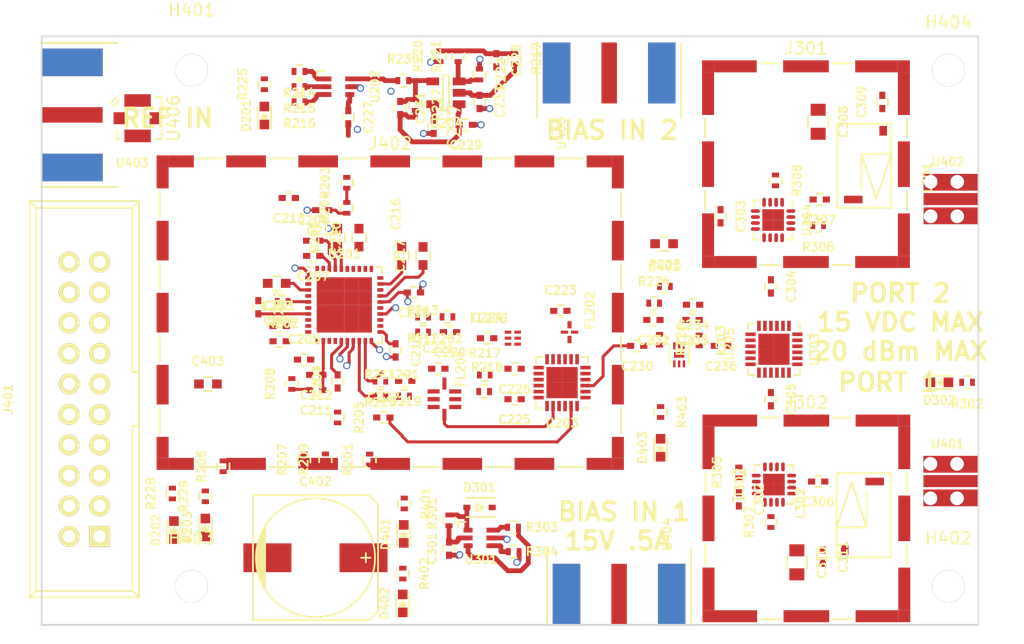
<source format=kicad_pcb>
(kicad_pcb (version 4) (host pcbnew 4.0.6)
  (layers (0 F.Cu signal) (1 In1.Cu signal) (2 In2.Cu signal) (31 B.Cu signal) (34 B.Paste user) (35 F.Paste user) (36 B.SilkS user) (37 F.SilkS user) (38 B.Mask user) (39 F.Mask user) (44 Edge.Cuts user))
  (net 0 "")
  (net 1 GND)
  (net 2 +3V3)
  (net 3 /rf_synth/CPOUT)
  (net 4 -5V)
  (net 5 /rf_synth/AMP_VC)
  (net 6 /AMP_5V)
  (net 7 /conn_power/SYNTH_REF)
  (net 8 "Net-(C201-Pad2)")
  (net 9 "Net-(C203-Pad1)")
  (net 10 "Net-(C204-Pad2)")
  (net 11 "Net-(C207-Pad1)")
  (net 12 "Net-(C208-Pad1)")
  (net 13 "Net-(C210-Pad1)")
  (net 14 "Net-(C211-Pad2)")
  (net 15 "Net-(C213-Pad1)")
  (net 16 "Net-(C214-Pad1)")
  (net 17 "Net-(C216-Pad1)")
  (net 18 "Net-(C217-Pad1)")
  (net 19 "Net-(C219-Pad2)")
  (net 20 "Net-(C220-Pad2)")
  (net 21 /rf_synth/RFOUTBP)
  (net 22 "Net-(C221-Pad2)")
  (net 23 /rf_synth/RFOUTBM)
  (net 24 /rf_synth/RF_4)
  (net 25 /rf_synth/RFOUTAP)
  (net 26 "Net-(C223-Pad2)")
  (net 27 /rf_synth/RFOUTAM)
  (net 28 "Net-(C224-Pad2)")
  (net 29 "Net-(C228-Pad1)")
  (net 30 "Net-(C230-Pad1)")
  (net 31 "Net-(C230-Pad2)")
  (net 32 "Net-(C231-Pad1)")
  (net 33 "Net-(C232-Pad1)")
  (net 34 /port_switch/RFIN)
  (net 35 "Net-(C236-Pad2)")
  (net 36 "Net-(C304-Pad2)")
  (net 37 "Net-(C305-Pad1)")
  (net 38 "Net-(C305-Pad2)")
  (net 39 /conn_power/PORT1)
  (net 40 "Net-(C306-Pad2)")
  (net 41 /conn_power/PORT2)
  (net 42 "Net-(C307-Pad2)")
  (net 43 "Net-(D201-Pad2)")
  (net 44 "Net-(D202-Pad2)")
  (net 45 "Net-(D203-Pad2)")
  (net 46 /conn_power/PORT_SEL)
  (net 47 "Net-(D301-Pad2)")
  (net 48 "Net-(D302-Pad1)")
  (net 49 "Net-(D401-Pad2)")
  (net 50 "Net-(D402-Pad2)")
  (net 51 "Net-(D403-Pad2)")
  (net 52 /rf_synth/RF_1)
  (net 53 /rf_synth/RF_2)
  (net 54 /LMX_SDI)
  (net 55 /LMX_SCK)
  (net 56 /LMX_MUXOUT)
  (net 57 /LMX_CS)
  (net 58 /LMX_CE)
  (net 59 /DAC_SCK)
  (net 60 /DAC_SDI)
  (net 61 /DAC_CS)
  (net 62 /RFSW_1)
  (net 63 /RFSW_2)
  (net 64 "Net-(R201-Pad1)")
  (net 65 "Net-(R202-Pad1)")
  (net 66 "Net-(R205-Pad1)")
  (net 67 "Net-(R206-Pad1)")
  (net 68 "Net-(R207-Pad1)")
  (net 69 "Net-(R209-Pad2)")
  (net 70 "Net-(R214-Pad1)")
  (net 71 "Net-(R215-Pad1)")
  (net 72 "Net-(R216-Pad1)")
  (net 73 /rf_synth/RFSW_V2)
  (net 74 /rf_synth/RFSW_V1)
  (net 75 "Net-(R221-Pad1)")
  (net 76 /rf_synth/DAC_VOUT)
  (net 77 /port_switch/SW_V2)
  (net 78 "Net-(R303-Pad2)")
  (net 79 /port_switch/SW_V1)
  (net 80 "Net-(R304-Pad2)")
  (net 81 "Net-(R305-Pad1)")
  (net 82 "Net-(R306-Pad1)")
  (net 83 "Net-(R308-Pad2)")
  (net 84 /PORT2_BIAS)
  (net 85 /PORT1_BIAS)
  (net 86 "Net-(R307-Pad2)")
  (net 87 "Net-(C304-Pad1)")
  (net 88 /rf_synth/RF_3)
  (module vna_footprints:5515LP15A730 (layer F.Cu) (at 209.042 105.41 270)
    (fp_text reference FL201 (at -2.575 -1.375 270) (layer F.SilkS) (effects (font (size 0.7 0.7))))
    (fp_text value 5515LP15A730)
    (pad 1 smd rect (at -1.3 0 270) (size 1 0.34) (layers F.Cu F.Paste F.Mask) (net 22 "Net-(C221-Pad2)"))
    (pad 4 smd rect (at 0 0.9) (size 1 0.35) (layers F.Cu F.Paste F.Mask))
    (pad 3 smd rect (at 1.3 0 270) (size 1 0.34) (layers F.Cu F.Paste F.Mask) (net 53 /rf_synth/RF_2))
    (pad 2 smd rect (at 0.65 -0.9) (size 1 0.35) (layers F.Cu F.Paste F.Mask) (net 1 GND))
    (pad 4 smd rect (at 0 -0.9) (size 1 0.35) (layers F.Cu F.Paste F.Mask))
    (pad 4 smd rect (at 0 0.9) (size 1 0.35) (layers F.Cu F.Paste F.Mask))
    (pad 2 smd rect (at -0.65 -0.9) (size 1 0.35) (layers F.Cu F.Paste F.Mask) (net 1 GND))
    (pad 2 smd rect (at 0.65 0.9) (size 1 0.35) (layers F.Cu F.Paste F.Mask) (net 1 GND))
    (pad 2 smd rect (at -0.65 0.9) (size 1 0.35) (layers F.Cu F.Paste F.Mask) (net 1 GND))
  )
  (module Capacitors_SMD:C_0402 (layer F.Cu) (at 195.326 99.314)
    (fp_text reference C201 (at 0 -1.7) (layer F.SilkS) (effects (font (size 0.7 0.7))))
    (fp_text value "100 nF")
    (pad 1 smd rect (at -0.55 0) (size 0.6 0.5) (layers F.Cu F.Paste F.Mask) (net 7 /conn_power/SYNTH_REF))
    (pad 2 smd rect (at 0.55 0) (size 0.6 0.5) (layers F.Cu F.Paste F.Mask) (net 8 "Net-(C201-Pad2)"))
  )
  (module Capacitors_SMD:C_0402 (layer F.Cu) (at 193.548 97.748 270)
    (fp_text reference C202 (at 0 -1.7 270) (layer F.SilkS) (effects (font (size 0.7 0.7))))
    (fp_text value "1 uF")
    (pad 1 smd rect (at -0.55 0 270) (size 0.6 0.5) (layers F.Cu F.Paste F.Mask) (net 1 GND))
    (pad 2 smd rect (at 0.55 0 270) (size 0.6 0.5) (layers F.Cu F.Paste F.Mask) (net 2 +3V3))
  )
  (module Capacitors_SMD:C_0603 (layer F.Cu) (at 195.084 95.758 180)
    (fp_text reference C203 (at 0 -1.9 180) (layer F.SilkS) (effects (font (size 0.7 0.7))))
    (fp_text value "10 uF")
    (pad 1 smd rect (at -0.75 0 180) (size 0.8 0.75) (layers F.Cu F.Paste F.Mask) (net 9 "Net-(C203-Pad1)"))
    (pad 2 smd rect (at 0.75 0 180) (size 0.8 0.75) (layers F.Cu F.Paste F.Mask) (net 1 GND))
  )
  (module Capacitors_SMD:C_0402 (layer F.Cu) (at 195.326 100.584)
    (fp_text reference C204 (at 0 -1.7) (layer F.SilkS) (effects (font (size 0.7 0.7))))
    (fp_text value "1 uF")
    (pad 1 smd rect (at -0.55 0) (size 0.6 0.5) (layers F.Cu F.Paste F.Mask) (net 1 GND))
    (pad 2 smd rect (at 0.55 0) (size 0.6 0.5) (layers F.Cu F.Paste F.Mask) (net 10 "Net-(C204-Pad2)"))
  )
  (module Capacitors_SMD:C_0402 (layer F.Cu) (at 197.358 102.108)
    (fp_text reference C205 (at 0 -1.7) (layer F.SilkS) (effects (font (size 0.7 0.7))))
    (fp_text value "1 uF")
    (pad 1 smd rect (at -0.55 0) (size 0.6 0.5) (layers F.Cu F.Paste F.Mask) (net 1 GND))
    (pad 2 smd rect (at 0.55 0) (size 0.6 0.5) (layers F.Cu F.Paste F.Mask) (net 2 +3V3))
  )
  (module Capacitors_SMD:C_0402 (layer F.Cu) (at 198.12 92.202)
    (fp_text reference C206 (at 0 -1.7) (layer F.SilkS) (effects (font (size 0.7 0.7))))
    (fp_text value "1 uF")
    (pad 1 smd rect (at -0.55 0) (size 0.6 0.5) (layers F.Cu F.Paste F.Mask) (net 1 GND))
    (pad 2 smd rect (at 0.55 0) (size 0.6 0.5) (layers F.Cu F.Paste F.Mask) (net 2 +3V3))
  )
  (module Capacitors_SMD:C_0402 (layer F.Cu) (at 198.12 93.472 180)
    (fp_text reference C207 (at 0 -1.7 180) (layer F.SilkS) (effects (font (size 0.7 0.7))))
    (fp_text value "1 uF")
    (pad 1 smd rect (at -0.55 0 180) (size 0.6 0.5) (layers F.Cu F.Paste F.Mask) (net 11 "Net-(C207-Pad1)"))
    (pad 2 smd rect (at 0.55 0 180) (size 0.6 0.5) (layers F.Cu F.Paste F.Mask) (net 1 GND))
  )
  (module Capacitors_SMD:C_0603 (layer F.Cu) (at 200.152 91.948 90)
    (fp_text reference C208 (at 0 -1.9 90) (layer F.SilkS) (effects (font (size 0.7 0.7))))
    (fp_text value "10 uF")
    (pad 1 smd rect (at -0.75 0 90) (size 0.8 0.75) (layers F.Cu F.Paste F.Mask) (net 12 "Net-(C208-Pad1)"))
    (pad 2 smd rect (at 0.75 0 90) (size 0.8 0.75) (layers F.Cu F.Paste F.Mask) (net 1 GND))
  )
  (module Capacitors_SMD:C_0402 (layer F.Cu) (at 200.152 103.928 90)
    (fp_text reference C209 (at 0 -1.7 90) (layer F.SilkS) (effects (font (size 0.7 0.7))))
    (fp_text value "1 uF")
    (pad 1 smd rect (at -0.55 0 90) (size 0.6 0.5) (layers F.Cu F.Paste F.Mask) (net 1 GND))
    (pad 2 smd rect (at 0.55 0 90) (size 0.6 0.5) (layers F.Cu F.Paste F.Mask) (net 2 +3V3))
  )
  (module Capacitors_SMD:C_0603 (layer F.Cu) (at 201.93 91.948 90)
    (fp_text reference C210 (at 0 -1.9 90) (layer F.SilkS) (effects (font (size 0.7 0.7))))
    (fp_text value "10 uF")
    (pad 1 smd rect (at -0.75 0 90) (size 0.8 0.75) (layers F.Cu F.Paste F.Mask) (net 13 "Net-(C210-Pad1)"))
    (pad 2 smd rect (at 0.75 0 90) (size 0.8 0.75) (layers F.Cu F.Paste F.Mask) (net 1 GND))
  )
  (module Capacitors_SMD:C_0402 (layer F.Cu) (at 198.374 104.648 180)
    (fp_text reference C211 (at 0 -1.7 180) (layer F.SilkS) (effects (font (size 0.7 0.7))))
    (fp_text value "390 pF")
    (pad 1 smd rect (at -0.55 0 180) (size 0.6 0.5) (layers F.Cu F.Paste F.Mask) (net 3 /rf_synth/CPOUT))
    (pad 2 smd rect (at 0.55 0 180) (size 0.6 0.5) (layers F.Cu F.Paste F.Mask) (net 14 "Net-(C211-Pad2)"))
  )
  (module Capacitors_SMD:C_0402 (layer F.Cu) (at 198.374 103.378 180)
    (fp_text reference C212 (at 0 -1.7 180) (layer F.SilkS) (effects (font (size 0.7 0.7))))
    (fp_text value "68 nF")
    (pad 1 smd rect (at -0.55 0 180) (size 0.6 0.5) (layers F.Cu F.Paste F.Mask) (net 3 /rf_synth/CPOUT))
    (pad 2 smd rect (at 0.55 0 180) (size 0.6 0.5) (layers F.Cu F.Paste F.Mask) (net 1 GND))
  )
  (module Capacitors_SMD:C_0402 (layer F.Cu) (at 196.088 88.646 180)
    (fp_text reference C213 (at 0 -1.7 180) (layer F.SilkS) (effects (font (size 0.7 0.7))))
    (fp_text value DNP)
    (pad 1 smd rect (at -0.55 0 180) (size 0.6 0.5) (layers F.Cu F.Paste F.Mask) (net 15 "Net-(C213-Pad1)"))
    (pad 2 smd rect (at 0.55 0 180) (size 0.6 0.5) (layers F.Cu F.Paste F.Mask) (net 1 GND))
  )
  (module Capacitors_SMD:C_0402 (layer F.Cu) (at 198.882 89.662 180)
    (fp_text reference C214 (at 0 -1.7 180) (layer F.SilkS) (effects (font (size 0.7 0.7))))
    (fp_text value "1800 pF")
    (pad 1 smd rect (at -0.55 0 180) (size 0.6 0.5) (layers F.Cu F.Paste F.Mask) (net 16 "Net-(C214-Pad1)"))
    (pad 2 smd rect (at 0.55 0 180) (size 0.6 0.5) (layers F.Cu F.Paste F.Mask) (net 1 GND))
  )
  (module Capacitors_SMD:C_0402 (layer F.Cu) (at 204.978 101.346 270)
    (fp_text reference C215 (at 0 -1.7 270) (layer F.SilkS) (effects (font (size 0.7 0.7))))
    (fp_text value "100 nF")
    (pad 1 smd rect (at -0.55 0 270) (size 0.6 0.5) (layers F.Cu F.Paste F.Mask) (net 2 +3V3))
    (pad 2 smd rect (at 0.55 0 270) (size 0.6 0.5) (layers F.Cu F.Paste F.Mask) (net 1 GND))
  )
  (module Capacitors_SMD:C_0603 (layer F.Cu) (at 205.486 93.472 90)
    (fp_text reference C216 (at 3.472 -0.486 90) (layer F.SilkS) (effects (font (size 0.7 0.7))))
    (fp_text value "10 uF")
    (pad 1 smd rect (at -0.75 0 90) (size 0.8 0.75) (layers F.Cu F.Paste F.Mask) (net 17 "Net-(C216-Pad1)"))
    (pad 2 smd rect (at 0.75 0 90) (size 0.8 0.75) (layers F.Cu F.Paste F.Mask) (net 1 GND))
  )
  (module Capacitors_SMD:C_0603 (layer F.Cu) (at 207.264 93.472 90)
    (fp_text reference C217 (at 0 -1.9 90) (layer F.SilkS) (effects (font (size 0.7 0.7))))
    (fp_text value "10 uF")
    (pad 1 smd rect (at -0.75 0 90) (size 0.8 0.75) (layers F.Cu F.Paste F.Mask) (net 18 "Net-(C217-Pad1)"))
    (pad 2 smd rect (at 0.75 0 90) (size 0.8 0.75) (layers F.Cu F.Paste F.Mask) (net 1 GND))
  )
  (module Capacitors_SMD:C_0402 (layer F.Cu) (at 206.502 96.52 180)
    (fp_text reference C218 (at 0 -1.7 180) (layer F.SilkS) (effects (font (size 0.7 0.7))))
    (fp_text value "1 uF")
    (pad 1 smd rect (at -0.55 0 180) (size 0.6 0.5) (layers F.Cu F.Paste F.Mask) (net 1 GND))
    (pad 2 smd rect (at 0.55 0 180) (size 0.6 0.5) (layers F.Cu F.Paste F.Mask) (net 2 +3V3))
  )
  (module Capacitors_SMD:C_0402 (layer F.Cu) (at 205.782 103.886 180)
    (fp_text reference C219 (at 0 -1.7 180) (layer F.SilkS) (effects (font (size 0.7 0.7))))
    (fp_text value "10 nF")
    (pad 1 smd rect (at -0.55 0 180) (size 0.6 0.5) (layers F.Cu F.Paste F.Mask) (net 1 GND))
    (pad 2 smd rect (at 0.55 0 180) (size 0.6 0.5) (layers F.Cu F.Paste F.Mask) (net 19 "Net-(C219-Pad2)"))
  )
  (module Capacitors_SMD:C_0402 (layer F.Cu) (at 209.508 99.822 180)
    (fp_text reference C220 (at 0 -1.7 180) (layer F.SilkS) (effects (font (size 0.7 0.7))))
    (fp_text value "10 nF")
    (pad 1 smd rect (at -0.55 0 180) (size 0.6 0.5) (layers F.Cu F.Paste F.Mask) (net 1 GND))
    (pad 2 smd rect (at 0.55 0 180) (size 0.6 0.5) (layers F.Cu F.Paste F.Mask) (net 20 "Net-(C220-Pad2)"))
  )
  (module Capacitors_SMD:C_0402 (layer F.Cu) (at 208.534 102.87)
    (fp_text reference C221 (at 0 -1.7) (layer F.SilkS) (effects (font (size 0.7 0.7))))
    (fp_text value "10 pF")
    (pad 1 smd rect (at -0.55 0) (size 0.6 0.5) (layers F.Cu F.Paste F.Mask) (net 21 /rf_synth/RFOUTBP))
    (pad 2 smd rect (at 0.55 0) (size 0.6 0.5) (layers F.Cu F.Paste F.Mask) (net 22 "Net-(C221-Pad2)"))
  )
  (module Capacitors_SMD:C_0402 (layer F.Cu) (at 203.962 106.934)
    (fp_text reference C222 (at 0 -1.7) (layer F.SilkS) (effects (font (size 0.7 0.7))))
    (fp_text value "10 pF")
    (pad 1 smd rect (at -0.55 0) (size 0.6 0.5) (layers F.Cu F.Paste F.Mask) (net 23 /rf_synth/RFOUTBM))
    (pad 2 smd rect (at 0.55 0) (size 0.6 0.5) (layers F.Cu F.Paste F.Mask) (net 52 /rf_synth/RF_1))
  )
  (module Capacitors_SMD:C_0402 (layer F.Cu) (at 218.694 98.044)
    (fp_text reference C223 (at 0 -1.7) (layer F.SilkS) (effects (font (size 0.7 0.7))))
    (fp_text value "10 pF")
    (pad 1 smd rect (at -0.55 0) (size 0.6 0.5) (layers F.Cu F.Paste F.Mask) (net 25 /rf_synth/RFOUTAP))
    (pad 2 smd rect (at 0.55 0) (size 0.6 0.5) (layers F.Cu F.Paste F.Mask) (net 26 "Net-(C223-Pad2)"))
  )
  (module Capacitors_SMD:C_0402 (layer F.Cu) (at 212.598 100.33)
    (fp_text reference C224 (at 0 -1.7) (layer F.SilkS) (effects (font (size 0.7 0.7))))
    (fp_text value "10 pF")
    (pad 1 smd rect (at -0.55 0) (size 0.6 0.5) (layers F.Cu F.Paste F.Mask) (net 27 /rf_synth/RFOUTAM))
    (pad 2 smd rect (at 0.55 0) (size 0.6 0.5) (layers F.Cu F.Paste F.Mask) (net 28 "Net-(C224-Pad2)"))
  )
  (module Capacitors_SMD:C_0402 (layer F.Cu) (at 214.884 105.41 180)
    (fp_text reference C225 (at 0 -1.7 180) (layer F.SilkS) (effects (font (size 0.7 0.7))))
    (fp_text value "100 nF")
    (pad 1 smd rect (at -0.55 0 180) (size 0.6 0.5) (layers F.Cu F.Paste F.Mask) (net 2 +3V3))
    (pad 2 smd rect (at 0.55 0 180) (size 0.6 0.5) (layers F.Cu F.Paste F.Mask) (net 1 GND))
  )
  (module Capacitors_SMD:C_0402 (layer F.Cu) (at 214.884 102.87 180)
    (fp_text reference C226 (at 0 -1.7 180) (layer F.SilkS) (effects (font (size 0.7 0.7))))
    (fp_text value "100 nF")
    (pad 1 smd rect (at -0.55 0 180) (size 0.6 0.5) (layers F.Cu F.Paste F.Mask) (net 4 -5V))
    (pad 2 smd rect (at 0.55 0 180) (size 0.6 0.5) (layers F.Cu F.Paste F.Mask) (net 1 GND))
  )
  (module Capacitors_SMD:C_0402 (layer F.Cu) (at 201.041 81.915 270)
    (fp_text reference C227 (at 0 -1.7 270) (layer F.SilkS) (effects (font (size 0.7 0.7))))
    (fp_text value "100 nF")
    (pad 1 smd rect (at -0.55 0 270) (size 0.6 0.5) (layers F.Cu F.Paste F.Mask) (net 2 +3V3))
    (pad 2 smd rect (at 0.55 0 270) (size 0.6 0.5) (layers F.Cu F.Paste F.Mask) (net 1 GND))
  )
  (module Capacitors_SMD:C_0402 (layer F.Cu) (at 213.36 77.174 270)
    (fp_text reference C228 (at 0 -1.7 270) (layer F.SilkS) (effects (font (size 0.7 0.7))))
    (fp_text value "100 nF")
    (pad 1 smd rect (at -0.55 0 270) (size 0.6 0.5) (layers F.Cu F.Paste F.Mask) (net 29 "Net-(C228-Pad1)"))
    (pad 2 smd rect (at 0.55 0 270) (size 0.6 0.5) (layers F.Cu F.Paste F.Mask) (net 1 GND))
  )
  (module Capacitors_SMD:C_0402 (layer F.Cu) (at 210.82 82.55 180)
    (fp_text reference C229 (at 0 -1.7 180) (layer F.SilkS) (effects (font (size 0.7 0.7))))
    (fp_text value DNP)
    (pad 1 smd rect (at -0.55 0 180) (size 0.6 0.5) (layers F.Cu F.Paste F.Mask) (net 1 GND))
    (pad 2 smd rect (at 0.55 0 180) (size 0.6 0.5) (layers F.Cu F.Paste F.Mask) (net 5 /rf_synth/AMP_VC))
  )
  (module Capacitors_SMD:C_0402 (layer F.Cu) (at 225.086 100.965 180)
    (fp_text reference C230 (at 0 -1.7 180) (layer F.SilkS) (effects (font (size 0.7 0.7))))
    (fp_text value "10 pF")
    (pad 1 smd rect (at -0.55 0 180) (size 0.6 0.5) (layers F.Cu F.Paste F.Mask) (net 30 "Net-(C230-Pad1)"))
    (pad 2 smd rect (at 0.55 0 180) (size 0.6 0.5) (layers F.Cu F.Paste F.Mask) (net 31 "Net-(C230-Pad2)"))
  )
  (module Capacitors_SMD:C_0402 (layer F.Cu) (at 205.359 81.153 270)
    (fp_text reference C231 (at 0 -1.7 270) (layer F.SilkS) (effects (font (size 0.7 0.7))))
    (fp_text value DNP)
    (pad 1 smd rect (at -0.55 0 270) (size 0.6 0.5) (layers F.Cu F.Paste F.Mask) (net 32 "Net-(C231-Pad1)"))
    (pad 2 smd rect (at 0.55 0 270) (size 0.6 0.5) (layers F.Cu F.Paste F.Mask) (net 5 /rf_synth/AMP_VC))
  )
  (module Capacitors_SMD:C_0402 (layer F.Cu) (at 226.441 98.806 180)
    (fp_text reference C232 (at 0 -1.7 180) (layer F.SilkS) (effects (font (size 0.7 0.7))))
    (fp_text value "220 nF")
    (pad 1 smd rect (at -0.55 0 180) (size 0.6 0.5) (layers F.Cu F.Paste F.Mask) (net 33 "Net-(C232-Pad1)"))
    (pad 2 smd rect (at 0.55 0 180) (size 0.6 0.5) (layers F.Cu F.Paste F.Mask) (net 1 GND))
  )
  (module Capacitors_SMD:C_0402 (layer F.Cu) (at 211.963 80.645 270)
    (fp_text reference C233 (at 0 -1.7 270) (layer F.SilkS) (effects (font (size 0.7 0.7))))
    (fp_text value "100 nF")
    (pad 1 smd rect (at -0.55 0 270) (size 0.6 0.5) (layers F.Cu F.Paste F.Mask) (net 4 -5V))
    (pad 2 smd rect (at 0.55 0 270) (size 0.6 0.5) (layers F.Cu F.Paste F.Mask) (net 1 GND))
  )
  (module Capacitors_SMD:C_0402 (layer F.Cu) (at 229.743 97.536 180)
    (fp_text reference C234 (at 0 -1.7 180) (layer F.SilkS) (effects (font (size 0.7 0.7))))
    (fp_text value "220 nF")
    (pad 1 smd rect (at -0.55 0 180) (size 0.6 0.5) (layers F.Cu F.Paste F.Mask) (net 6 /AMP_5V))
    (pad 2 smd rect (at 0.55 0 180) (size 0.6 0.5) (layers F.Cu F.Paste F.Mask) (net 1 GND))
  )
  (module Capacitors_SMD:C_0402 (layer F.Cu) (at 229.701 98.806 180)
    (fp_text reference C235 (at 0 -1.7 180) (layer F.SilkS) (effects (font (size 0.7 0.7))))
    (fp_text value "10 pF")
    (pad 1 smd rect (at -0.55 0 180) (size 0.6 0.5) (layers F.Cu F.Paste F.Mask) (net 6 /AMP_5V))
    (pad 2 smd rect (at 0.55 0 180) (size 0.6 0.5) (layers F.Cu F.Paste F.Mask) (net 1 GND))
  )
  (module Capacitors_SMD:C_0402 (layer F.Cu) (at 232.071 100.965 180)
    (fp_text reference C236 (at 0 -1.7 180) (layer F.SilkS) (effects (font (size 0.7 0.7))))
    (fp_text value "10 pF")
    (pad 1 smd rect (at -0.55 0 180) (size 0.6 0.5) (layers F.Cu F.Paste F.Mask) (net 34 /port_switch/RFIN))
    (pad 2 smd rect (at 0.55 0 180) (size 0.6 0.5) (layers F.Cu F.Paste F.Mask) (net 35 "Net-(C236-Pad2)"))
  )
  (module Capacitors_SMD:C_0402 (layer F.Cu) (at 209.423 117.856 90)
    (fp_text reference C301 (at 0 -1.397 90) (layer F.SilkS) (effects (font (size 0.7 0.7))))
    (fp_text value "100 nF")
    (pad 1 smd rect (at -0.55 0 90) (size 0.6 0.5) (layers F.Cu F.Paste F.Mask) (net 1 GND))
    (pad 2 smd rect (at 0.55 0 90) (size 0.6 0.5) (layers F.Cu F.Paste F.Mask) (net 4 -5V))
  )
  (module Capacitors_SMD:C_0402 (layer F.Cu) (at 233.553 113.75 270)
    (fp_text reference C302 (at 0 -1.7 270) (layer F.SilkS) (effects (font (size 0.7 0.7))))
    (fp_text value "100 nF")
    (pad 1 smd rect (at -0.55 0 270) (size 0.6 0.5) (layers F.Cu F.Paste F.Mask) (net 2 +3V3))
    (pad 2 smd rect (at 0.55 0 270) (size 0.6 0.5) (layers F.Cu F.Paste F.Mask) (net 1 GND))
  )
  (module Capacitors_SMD:C_0402 (layer F.Cu) (at 232.029 90.17 270)
    (fp_text reference C303 (at 0 -1.7 270) (layer F.SilkS) (effects (font (size 0.7 0.7))))
    (fp_text value "100 nF")
    (pad 1 smd rect (at -0.55 0 270) (size 0.6 0.5) (layers F.Cu F.Paste F.Mask) (net 2 +3V3))
    (pad 2 smd rect (at 0.55 0 270) (size 0.6 0.5) (layers F.Cu F.Paste F.Mask) (net 1 GND))
  )
  (module Capacitors_SMD:C_0402 (layer F.Cu) (at 236.22 96.012 270)
    (fp_text reference C304 (at 0 -1.7 270) (layer F.SilkS) (effects (font (size 0.7 0.7))))
    (fp_text value "10 pF")
    (pad 1 smd rect (at -0.55 0 270) (size 0.6 0.5) (layers F.Cu F.Paste F.Mask) (net 87 "Net-(C304-Pad1)"))
    (pad 2 smd rect (at 0.55 0 270) (size 0.6 0.5) (layers F.Cu F.Paste F.Mask) (net 36 "Net-(C304-Pad2)"))
  )
  (module Capacitors_SMD:C_0402 (layer F.Cu) (at 236.22 105.41 270)
    (fp_text reference C305 (at 0 -1.7 270) (layer F.SilkS) (effects (font (size 0.7 0.7))))
    (fp_text value "10 pF")
    (pad 1 smd rect (at -0.55 0 270) (size 0.6 0.5) (layers F.Cu F.Paste F.Mask) (net 37 "Net-(C305-Pad1)"))
    (pad 2 smd rect (at 0.55 0 270) (size 0.6 0.5) (layers F.Cu F.Paste F.Mask) (net 38 "Net-(C305-Pad2)"))
  )
  (module Capacitors_SMD:C_0402 (layer F.Cu) (at 240.157 112.268 180)
    (fp_text reference C306 (at 0 -1.7 180) (layer F.SilkS) (effects (font (size 0.7 0.7))))
    (fp_text value "10 pF")
    (pad 1 smd rect (at -0.55 0 180) (size 0.6 0.5) (layers F.Cu F.Paste F.Mask) (net 39 /conn_power/PORT1))
    (pad 2 smd rect (at 0.55 0 180) (size 0.6 0.5) (layers F.Cu F.Paste F.Mask) (net 40 "Net-(C306-Pad2)"))
  )
  (module Capacitors_SMD:C_0402 (layer F.Cu) (at 240.284 88.773 180)
    (fp_text reference C307 (at 0 -1.7 180) (layer F.SilkS) (effects (font (size 0.7 0.7))))
    (fp_text value "10 pF")
    (pad 1 smd rect (at -0.55 0 180) (size 0.6 0.5) (layers F.Cu F.Paste F.Mask) (net 41 /conn_power/PORT2))
    (pad 2 smd rect (at 0.55 0 180) (size 0.6 0.5) (layers F.Cu F.Paste F.Mask) (net 42 "Net-(C307-Pad2)"))
  )
  (module Capacitors_SMD:c_elec_10x10 (layer F.Cu) (at 198.3105 118.618)
    (fp_text reference C402 (at 0 -6.35) (layer F.SilkS) (effects (font (size 0.7 0.7))))
    (fp_text value "100 uF")
    (pad 1 smd rect (at 4.0005 0) (size 4.0005 2.4003) (layers F.Cu F.Paste F.Mask) (net 2 +3V3))
    (pad 2 smd rect (at -4.0005 0) (size 4.0005 2.4003) (layers F.Cu F.Paste F.Mask) (net 1 GND))
  )
  (module Capacitors_SMD:C_0805 (layer F.Cu) (at 240.157 82.296 270)
    (fp_text reference C308 (at 0 -2.1 270) (layer F.SilkS) (effects (font (size 0.7 0.7))))
    (fp_text value "1 uF")
    (pad 1 smd rect (at -1 0 270) (size 1 1.25) (layers F.Cu F.Paste F.Mask) (net 84 /PORT2_BIAS))
    (pad 2 smd rect (at 1 0 270) (size 1 1.25) (layers F.Cu F.Paste F.Mask) (net 1 GND))
  )
  (module Capacitors_SMD:C_0402 (layer F.Cu) (at 245.491 80.645 90)
    (fp_text reference C309 (at 0 -1.7 90) (layer F.SilkS) (effects (font (size 0.7 0.7))))
    (fp_text value "10 pF")
    (pad 1 smd rect (at -0.55 0 90) (size 0.6 0.5) (layers F.Cu F.Paste F.Mask) (net 84 /PORT2_BIAS))
    (pad 2 smd rect (at 0.55 0 90) (size 0.6 0.5) (layers F.Cu F.Paste F.Mask) (net 1 GND))
  )
  (module Capacitors_SMD:C_0805 (layer F.Cu) (at 238.379 118.999 270)
    (fp_text reference C310 (at 0 -2.1 270) (layer F.SilkS) (effects (font (size 0.7 0.7))))
    (fp_text value "1 uF")
    (pad 1 smd rect (at -1 0 270) (size 1 1.25) (layers F.Cu F.Paste F.Mask) (net 85 /PORT1_BIAS))
    (pad 2 smd rect (at 1 0 270) (size 1 1.25) (layers F.Cu F.Paste F.Mask) (net 1 GND))
  )
  (module Capacitors_SMD:C_0402 (layer F.Cu) (at 240.538 118.533 270)
    (fp_text reference C311 (at 0 -1.7 270) (layer F.SilkS) (effects (font (size 0.7 0.7))))
    (fp_text value "10 pF")
    (pad 1 smd rect (at -0.55 0 270) (size 0.6 0.5) (layers F.Cu F.Paste F.Mask) (net 85 /PORT1_BIAS))
    (pad 2 smd rect (at 0.55 0 270) (size 0.6 0.5) (layers F.Cu F.Paste F.Mask) (net 1 GND))
  )
  (module Capacitors_SMD:C_0603 (layer F.Cu) (at 189.357 104.14)
    (fp_text reference C403 (at 0 -1.9) (layer F.SilkS) (effects (font (size 0.7 0.7))))
    (fp_text value "10 uF")
    (pad 1 smd rect (at -0.75 0) (size 0.8 0.75) (layers F.Cu F.Paste F.Mask) (net 1 GND))
    (pad 2 smd rect (at 0.75 0) (size 0.8 0.75) (layers F.Cu F.Paste F.Mask) (net 4 -5V))
  )
  (module LEDs:LED_0603 (layer F.Cu) (at 194.056 81.7753 90)
    (fp_text reference D201 (at 0 -1.5 90) (layer F.SilkS) (effects (font (size 0.7 0.7))))
    (fp_text value LED_Small)
    (pad 2 smd rect (at 0.7493 0 270) (size 0.79756 0.79756) (layers F.Cu F.Paste F.Mask) (net 43 "Net-(D201-Pad2)"))
    (pad 1 smd rect (at -0.7493 0 270) (size 0.79756 0.79756) (layers F.Cu F.Paste F.Mask) (net 1 GND))
  )
  (module LEDs:LED_0603 (layer F.Cu) (at 186.524738 116.312972 90)
    (fp_text reference D202 (at 0 -1.5 90) (layer F.SilkS) (effects (font (size 0.7 0.7))))
    (fp_text value LED_Small)
    (pad 2 smd rect (at 0.7493 0 270) (size 0.79756 0.79756) (layers F.Cu F.Paste F.Mask) (net 44 "Net-(D202-Pad2)"))
    (pad 1 smd rect (at -0.7493 0 270) (size 0.79756 0.79756) (layers F.Cu F.Paste F.Mask) (net 1 GND))
  )
  (module LEDs:LED_0603 (layer F.Cu) (at 189.141262 116.097028 90)
    (fp_text reference D203 (at 0 -1.5 90) (layer F.SilkS) (effects (font (size 0.7 0.7))))
    (fp_text value LED_Small)
    (pad 2 smd rect (at 0.7493 0 270) (size 0.79756 0.79756) (layers F.Cu F.Paste F.Mask) (net 45 "Net-(D203-Pad2)"))
    (pad 1 smd rect (at -0.7493 0 270) (size 0.79756 0.79756) (layers F.Cu F.Paste F.Mask) (net 1 GND))
  )
  (module Diodes_SMD:SOD-323 (layer F.Cu) (at 211.963 114.427 180)
    (fp_text reference D301 (at 0 1.651 180) (layer F.SilkS) (effects (font (size 0.7 0.7))))
    (fp_text value 5.1V)
    (pad 1 smd rect (at -1.055 0 180) (size 0.59 0.45) (layers F.Cu F.Paste F.Mask) (net 46 /conn_power/PORT_SEL))
    (pad 2 smd rect (at 1.055 0 180) (size 0.59 0.45) (layers F.Cu F.Paste F.Mask) (net 47 "Net-(D301-Pad2)"))
  )
  (module LEDs:LED_0603 (layer F.Cu) (at 250.2507 104 180)
    (fp_text reference D302 (at 0 -1.5 180) (layer F.SilkS) (effects (font (size 0.7 0.7))))
    (fp_text value LED)
    (pad 2 smd rect (at 0.7493 0) (size 0.79756 0.79756) (layers F.Cu F.Paste F.Mask) (net 46 /conn_power/PORT_SEL))
    (pad 1 smd rect (at -0.7493 0) (size 0.79756 0.79756) (layers F.Cu F.Paste F.Mask) (net 48 "Net-(D302-Pad1)"))
  )
  (module LEDs:LED_0603 (layer F.Cu) (at 205.659738 116.631829 90)
    (fp_text reference D401 (at 0 -1.5 90) (layer F.SilkS) (effects (font (size 0.7 0.7))))
    (fp_text value LED_Small)
    (pad 2 smd rect (at 0.7493 0 270) (size 0.79756 0.79756) (layers F.Cu F.Paste F.Mask) (net 49 "Net-(D401-Pad2)"))
    (pad 1 smd rect (at -0.7493 0 270) (size 0.79756 0.79756) (layers F.Cu F.Paste F.Mask) (net 1 GND))
  )
  (module LEDs:LED_0603 (layer F.Cu) (at 205.574738 122.421672 90)
    (fp_text reference D402 (at 0 -1.5 90) (layer F.SilkS) (effects (font (size 0.7 0.7))))
    (fp_text value LED_Small)
    (pad 2 smd rect (at 0.7493 0 270) (size 0.79756 0.79756) (layers F.Cu F.Paste F.Mask) (net 50 "Net-(D402-Pad2)"))
    (pad 1 smd rect (at -0.7493 0 270) (size 0.79756 0.79756) (layers F.Cu F.Paste F.Mask) (net 4 -5V))
  )
  (module LEDs:LED_0603 (layer F.Cu) (at 227.037738 109.454972 90)
    (fp_text reference D403 (at 0 -1.5 90) (layer F.SilkS) (effects (font (size 0.7 0.7))))
    (fp_text value LED_Small)
    (pad 2 smd rect (at 0.7493 0 270) (size 0.79756 0.79756) (layers F.Cu F.Paste F.Mask) (net 51 "Net-(D403-Pad2)"))
    (pad 1 smd rect (at -0.7493 0 270) (size 0.79756 0.79756) (layers F.Cu F.Paste F.Mask) (net 1 GND))
  )
  (module vna_footprints:1810LP07A200 (layer F.Cu) (at 219.456 99.822 270)
    (fp_text reference FL202 (at -1.8 -1.7 270) (layer F.SilkS) (effects (font (size 0.7 0.7))))
    (fp_text value 1810LP07A200)
    (pad 3 smd rect (at 0.6125 0 270) (size 0.6 0.34) (layers F.Cu F.Paste F.Mask) (net 24 /rf_synth/RF_4))
    (pad 2 smd rect (at 0 0.425 270) (size 0.25 0.6) (layers F.Cu F.Paste F.Mask) (net 1 GND))
    (pad 2 smd rect (at 0 -0.425 270) (size 0.25 0.6) (layers F.Cu F.Paste F.Mask) (net 1 GND))
    (pad 1 smd rect (at -0.6125 0 270) (size 0.6 0.34) (layers F.Cu F.Paste F.Mask) (net 26 "Net-(C223-Pad2)"))
  )
  (module vna_footprints:3550LP14A300 (layer F.Cu) (at 214.738 100.322)
    (fp_text reference FL203 (at -2 -1.65) (layer F.SilkS) (effects (font (size 0.7 0.7))))
    (fp_text value 3550LP14A300)
    (pad 2 smd rect (at 0.4 -0.5) (size 0.55 0.25) (layers F.Cu F.Paste F.Mask) (net 1 GND))
    (pad 3 smd rect (at 0.4 0) (size 0.55 0.25) (layers F.Cu F.Paste F.Mask) (net 88 /rf_synth/RF_3))
    (pad 1 smd rect (at -0.4 0) (size 0.55 0.25) (layers F.Cu F.Paste F.Mask) (net 28 "Net-(C224-Pad2)"))
    (pad 2 smd rect (at -0.4 -0.5) (size 0.55 0.25) (layers F.Cu F.Paste F.Mask) (net 1 GND))
    (pad 2 smd rect (at -0.4 0.5) (size 0.55 0.25) (layers F.Cu F.Paste F.Mask) (net 1 GND))
    (pad 2 smd rect (at 0.4 0.5) (size 0.55 0.25) (layers F.Cu F.Paste F.Mask) (net 1 GND))
  )
  (module Connect:IDC_Header_Straight_20pins (layer F.Cu) (at 180.34 116.84 90)
    (fp_text reference J401 (at 11.43 -7.62 90) (layer F.SilkS) (effects (font (size 0.7 0.7))))
    (fp_text value CONN_02X10)
    (pad 1 thru_hole rect (at 0 0 90) (size 1.7272 1.7272) (drill 1.016) (layers *.Cu *.Mask F.SilkS) (net 6 /AMP_5V))
    (pad 2 thru_hole oval (at 0 -2.54 90) (size 1.7272 1.7272) (drill 1.016) (layers *.Cu *.Mask F.SilkS) (net 6 /AMP_5V))
    (pad 3 thru_hole oval (at 2.54 0 90) (size 1.7272 1.7272) (drill 1.016) (layers *.Cu *.Mask F.SilkS) (net 1 GND))
    (pad 4 thru_hole oval (at 2.54 -2.54 90) (size 1.7272 1.7272) (drill 1.016) (layers *.Cu *.Mask F.SilkS) (net 54 /LMX_SDI))
    (pad 5 thru_hole oval (at 5.08 0 90) (size 1.7272 1.7272) (drill 1.016) (layers *.Cu *.Mask F.SilkS) (net 1 GND))
    (pad 6 thru_hole oval (at 5.08 -2.54 90) (size 1.7272 1.7272) (drill 1.016) (layers *.Cu *.Mask F.SilkS) (net 55 /LMX_SCK))
    (pad 7 thru_hole oval (at 7.62 0 90) (size 1.7272 1.7272) (drill 1.016) (layers *.Cu *.Mask F.SilkS) (net 1 GND))
    (pad 8 thru_hole oval (at 7.62 -2.54 90) (size 1.7272 1.7272) (drill 1.016) (layers *.Cu *.Mask F.SilkS) (net 56 /LMX_MUXOUT))
    (pad 9 thru_hole oval (at 10.16 0 90) (size 1.7272 1.7272) (drill 1.016) (layers *.Cu *.Mask F.SilkS) (net 57 /LMX_CS))
    (pad 10 thru_hole oval (at 10.16 -2.54 90) (size 1.7272 1.7272) (drill 1.016) (layers *.Cu *.Mask F.SilkS) (net 58 /LMX_CE))
    (pad 11 thru_hole oval (at 12.7 0 90) (size 1.7272 1.7272) (drill 1.016) (layers *.Cu *.Mask F.SilkS) (net 2 +3V3))
    (pad 12 thru_hole oval (at 12.7 -2.54 90) (size 1.7272 1.7272) (drill 1.016) (layers *.Cu *.Mask F.SilkS) (net 2 +3V3))
    (pad 13 thru_hole oval (at 15.24 0 90) (size 1.7272 1.7272) (drill 1.016) (layers *.Cu *.Mask F.SilkS) (net 2 +3V3))
    (pad 14 thru_hole oval (at 15.24 -2.54 90) (size 1.7272 1.7272) (drill 1.016) (layers *.Cu *.Mask F.SilkS) (net 4 -5V))
    (pad 15 thru_hole oval (at 17.78 0 90) (size 1.7272 1.7272) (drill 1.016) (layers *.Cu *.Mask F.SilkS) (net 59 /DAC_SCK))
    (pad 16 thru_hole oval (at 17.78 -2.54 90) (size 1.7272 1.7272) (drill 1.016) (layers *.Cu *.Mask F.SilkS) (net 46 /conn_power/PORT_SEL))
    (pad 17 thru_hole oval (at 20.32 0 90) (size 1.7272 1.7272) (drill 1.016) (layers *.Cu *.Mask F.SilkS) (net 60 /DAC_SDI))
    (pad 18 thru_hole oval (at 20.32 -2.54 90) (size 1.7272 1.7272) (drill 1.016) (layers *.Cu *.Mask F.SilkS) (net 61 /DAC_CS))
    (pad 19 thru_hole oval (at 22.86 0 90) (size 1.7272 1.7272) (drill 1.016) (layers *.Cu *.Mask F.SilkS) (net 62 /RFSW_1))
    (pad 20 thru_hole oval (at 22.86 -2.54 90) (size 1.7272 1.7272) (drill 1.016) (layers *.Cu *.Mask F.SilkS) (net 63 /RFSW_2))
  )
  (module Resistors_SMD:R_0402 (layer F.Cu) (at 205.682 105.156)
    (fp_text reference L201 (at 0 -1.8) (layer F.SilkS) (effects (font (size 0.7 0.7))))
    (fp_text value "22 nH")
    (pad 1 smd rect (at -0.45 0) (size 0.4 0.6) (layers F.Cu F.Paste F.Mask) (net 2 +3V3))
    (pad 2 smd rect (at 0.45 0) (size 0.4 0.6) (layers F.Cu F.Paste F.Mask) (net 19 "Net-(C219-Pad2)"))
  )
  (module Resistors_SMD:R_0402 (layer F.Cu) (at 209.296 98.552 180)
    (fp_text reference L202 (at 0 -1.8 180) (layer F.SilkS) (effects (font (size 0.7 0.7))))
    (fp_text value "22 H")
    (pad 1 smd rect (at -0.45 0 180) (size 0.4 0.6) (layers F.Cu F.Paste F.Mask) (net 2 +3V3))
    (pad 2 smd rect (at 0.45 0 180) (size 0.4 0.6) (layers F.Cu F.Paste F.Mask) (net 20 "Net-(C220-Pad2)"))
  )
  (module Resistors_SMD:R_0402 (layer F.Cu) (at 230.251 100.515 270)
    (fp_text reference L203 (at 0 -1.8 270) (layer F.SilkS) (effects (font (size 0.7 0.7))))
    (fp_text value BLM15GG471)
    (pad 1 smd rect (at -0.45 0 270) (size 0.4 0.6) (layers F.Cu F.Paste F.Mask) (net 6 /AMP_5V))
    (pad 2 smd rect (at 0.45 0 270) (size 0.4 0.6) (layers F.Cu F.Paste F.Mask) (net 35 "Net-(C236-Pad2)"))
  )
  (module vna_footprints:ATC506WLS (layer F.Cu) (at 245.2495 88.4555)
    (fp_text reference L301 (at 4 -1.5 90) (layer F.SilkS) (effects (font (size 0.7 0.7))))
    (fp_text value L_Small)
    (pad 1 smd rect (at -2.1715 0.3175) (size 1.549 0.635) (layers F.Cu F.Paste F.Mask) (net 41 /conn_power/PORT2))
    (pad 2 smd rect (at 0.3175 -5.4105) (size 0.635 0.813) (layers F.Cu F.Paste F.Mask) (net 84 /PORT2_BIAS))
  )
  (module vna_footprints:ATC506WLS (layer F.Cu) (at 242.6845 112.5855 180)
    (fp_text reference L302 (at 4 -1.5 270) (layer F.SilkS) (effects (font (size 0.7 0.7))))
    (fp_text value L_Small)
    (pad 1 smd rect (at -2.1715 0.3175 180) (size 1.549 0.635) (layers F.Cu F.Paste F.Mask) (net 39 /conn_power/PORT1))
    (pad 2 smd rect (at 0.3175 -5.4105 180) (size 0.635 0.813) (layers F.Cu F.Paste F.Mask) (net 85 /PORT1_BIAS))
  )
  (module Resistors_SMD:R_0402 (layer F.Cu) (at 202.819 110.432 90)
    (fp_text reference R201 (at 0 -1.8 90) (layer F.SilkS) (effects (font (size 0.7 0.7))))
    (fp_text value 22)
    (pad 1 smd rect (at -0.45 0 90) (size 0.4 0.6) (layers F.Cu F.Paste F.Mask) (net 64 "Net-(R201-Pad1)"))
    (pad 2 smd rect (at 0.45 0 90) (size 0.4 0.6) (layers F.Cu F.Paste F.Mask) (net 58 /LMX_CE))
  )
  (module Resistors_SMD:R_0402 (layer F.Cu) (at 195.58 97.282 180)
    (fp_text reference R202 (at 0 -1.8 180) (layer F.SilkS) (effects (font (size 0.7 0.7))))
    (fp_text value 22)
    (pad 1 smd rect (at -0.45 0 180) (size 0.4 0.6) (layers F.Cu F.Paste F.Mask) (net 65 "Net-(R202-Pad1)"))
    (pad 2 smd rect (at 0.45 0 180) (size 0.4 0.6) (layers F.Cu F.Paste F.Mask) (net 1 GND))
  )
  (module Resistors_SMD:R_0402 (layer F.Cu) (at 200.914 87.376 90)
    (fp_text reference R203 (at 0 -1.8 90) (layer F.SilkS) (effects (font (size 0.7 0.7))))
    (fp_text value JMP)
    (pad 1 smd rect (at -0.45 0 90) (size 0.4 0.6) (layers F.Cu F.Paste F.Mask) (net 15 "Net-(C213-Pad1)"))
    (pad 2 smd rect (at 0.45 0 90) (size 0.4 0.6) (layers F.Cu F.Paste F.Mask) (net 3 /rf_synth/CPOUT))
  )
  (module Resistors_SMD:R_0402 (layer F.Cu) (at 200.914 89.466 90)
    (fp_text reference R204 (at 0 -1.8 90) (layer F.SilkS) (effects (font (size 0.7 0.7))))
    (fp_text value 18)
    (pad 1 smd rect (at -0.45 0 90) (size 0.4 0.6) (layers F.Cu F.Paste F.Mask) (net 16 "Net-(C214-Pad1)"))
    (pad 2 smd rect (at 0.45 0 90) (size 0.4 0.6) (layers F.Cu F.Paste F.Mask) (net 15 "Net-(C213-Pad1)"))
  )
  (module Resistors_SMD:R_0402 (layer F.Cu) (at 200.152 106.934 270)
    (fp_text reference R205 (at 0 -1.8 270) (layer F.SilkS) (effects (font (size 0.7 0.7))))
    (fp_text value 22)
    (pad 1 smd rect (at -0.45 0 270) (size 0.4 0.6) (layers F.Cu F.Paste F.Mask) (net 66 "Net-(R205-Pad1)"))
    (pad 2 smd rect (at 0.45 0 270) (size 0.4 0.6) (layers F.Cu F.Paste F.Mask) (net 55 /LMX_SCK))
  )
  (module Resistors_SMD:R_0402 (layer F.Cu) (at 190.627 110.998 90)
    (fp_text reference R206 (at 0 -1.8 90) (layer F.SilkS) (effects (font (size 0.7 0.7))))
    (fp_text value 22)
    (pad 1 smd rect (at -0.45 0 90) (size 0.4 0.6) (layers F.Cu F.Paste F.Mask) (net 67 "Net-(R206-Pad1)"))
    (pad 2 smd rect (at 0.45 0 90) (size 0.4 0.6) (layers F.Cu F.Paste F.Mask) (net 54 /LMX_SDI))
  )
  (module Resistors_SMD:R_0402 (layer F.Cu) (at 197.358 110.432 90)
    (fp_text reference R207 (at 0 -1.8 90) (layer F.SilkS) (effects (font (size 0.7 0.7))))
    (fp_text value 22)
    (pad 1 smd rect (at -0.45 0 90) (size 0.4 0.6) (layers F.Cu F.Paste F.Mask) (net 68 "Net-(R207-Pad1)"))
    (pad 2 smd rect (at 0.45 0 90) (size 0.4 0.6) (layers F.Cu F.Paste F.Mask) (net 56 /LMX_MUXOUT))
  )
  (module Resistors_SMD:R_0402 (layer F.Cu) (at 196.342 104.14 90)
    (fp_text reference R208 (at 0 -1.8 90) (layer F.SilkS) (effects (font (size 0.7 0.7))))
    (fp_text value 68)
    (pad 1 smd rect (at -0.45 0 90) (size 0.4 0.6) (layers F.Cu F.Paste F.Mask) (net 14 "Net-(C211-Pad2)"))
    (pad 2 smd rect (at 0.45 0 90) (size 0.4 0.6) (layers F.Cu F.Paste F.Mask) (net 1 GND))
  )
  (module Resistors_SMD:R_0402 (layer F.Cu) (at 199.136 110.421 90)
    (fp_text reference R209 (at 0 -1.8 90) (layer F.SilkS) (effects (font (size 0.7 0.7))))
    (fp_text value 22)
    (pad 1 smd rect (at -0.45 0 90) (size 0.4 0.6) (layers F.Cu F.Paste F.Mask) (net 57 /LMX_CS))
    (pad 2 smd rect (at 0.45 0 90) (size 0.4 0.6) (layers F.Cu F.Paste F.Mask) (net 69 "Net-(R209-Pad2)"))
  )
  (module Resistors_SMD:R_0402 (layer F.Cu) (at 203.708 103.886 180)
    (fp_text reference R210 (at 0 -1.8 180) (layer F.SilkS) (effects (font (size 0.7 0.7))))
    (fp_text value 51)
    (pad 1 smd rect (at -0.45 0 180) (size 0.4 0.6) (layers F.Cu F.Paste F.Mask) (net 19 "Net-(C219-Pad2)"))
    (pad 2 smd rect (at 0.45 0 180) (size 0.4 0.6) (layers F.Cu F.Paste F.Mask) (net 21 /rf_synth/RFOUTBP))
  )
  (module Resistors_SMD:R_0402 (layer F.Cu) (at 203.708 105.156)
    (fp_text reference R211 (at 0 -1.8) (layer F.SilkS) (effects (font (size 0.7 0.7))))
    (fp_text value 51)
    (pad 1 smd rect (at -0.45 0) (size 0.4 0.6) (layers F.Cu F.Paste F.Mask) (net 23 /rf_synth/RFOUTBM))
    (pad 2 smd rect (at 0.45 0) (size 0.4 0.6) (layers F.Cu F.Paste F.Mask) (net 19 "Net-(C219-Pad2)"))
  )
  (module Resistors_SMD:R_0402 (layer F.Cu) (at 207.264 98.552 180)
    (fp_text reference R212 (at 0 -1.8 180) (layer F.SilkS) (effects (font (size 0.7 0.7))))
    (fp_text value 51)
    (pad 1 smd rect (at -0.45 0 180) (size 0.4 0.6) (layers F.Cu F.Paste F.Mask) (net 20 "Net-(C220-Pad2)"))
    (pad 2 smd rect (at 0.45 0 180) (size 0.4 0.6) (layers F.Cu F.Paste F.Mask) (net 25 /rf_synth/RFOUTAP))
  )
  (module Resistors_SMD:R_0402 (layer F.Cu) (at 207.264 99.822)
    (fp_text reference R213 (at 0 -1.8) (layer F.SilkS) (effects (font (size 0.7 0.7))))
    (fp_text value 51)
    (pad 1 smd rect (at -0.45 0) (size 0.4 0.6) (layers F.Cu F.Paste F.Mask) (net 27 /rf_synth/RFOUTAM))
    (pad 2 smd rect (at 0.45 0) (size 0.4 0.6) (layers F.Cu F.Paste F.Mask) (net 20 "Net-(C220-Pad2)"))
  )
  (module Resistors_SMD:R_0402 (layer F.Cu) (at 196.977 78.105 180)
    (fp_text reference R214 (at 0 -1.8 180) (layer F.SilkS) (effects (font (size 0.7 0.7))))
    (fp_text value 1k)
    (pad 1 smd rect (at -0.45 0 180) (size 0.4 0.6) (layers F.Cu F.Paste F.Mask) (net 70 "Net-(R214-Pad1)"))
    (pad 2 smd rect (at 0.45 0 180) (size 0.4 0.6) (layers F.Cu F.Paste F.Mask) (net 61 /DAC_CS))
  )
  (module Resistors_SMD:R_0402 (layer F.Cu) (at 196.977 79.375 180)
    (fp_text reference R215 (at 0 -1.8 180) (layer F.SilkS) (effects (font (size 0.7 0.7))))
    (fp_text value 1k)
    (pad 1 smd rect (at -0.45 0 180) (size 0.4 0.6) (layers F.Cu F.Paste F.Mask) (net 71 "Net-(R215-Pad1)"))
    (pad 2 smd rect (at 0.45 0 180) (size 0.4 0.6) (layers F.Cu F.Paste F.Mask) (net 59 /DAC_SCK))
  )
  (module Resistors_SMD:R_0402 (layer F.Cu) (at 196.977 80.645 180)
    (fp_text reference R216 (at 0 -1.8 180) (layer F.SilkS) (effects (font (size 0.7 0.7))))
    (fp_text value 1k)
    (pad 1 smd rect (at -0.45 0 180) (size 0.4 0.6) (layers F.Cu F.Paste F.Mask) (net 72 "Net-(R216-Pad1)"))
    (pad 2 smd rect (at 0.45 0 180) (size 0.4 0.6) (layers F.Cu F.Paste F.Mask) (net 60 /DAC_SDI))
  )
  (module Resistors_SMD:R_0402 (layer F.Cu) (at 212.402 103.378)
    (fp_text reference R217 (at 0 -1.8) (layer F.SilkS) (effects (font (size 0.7 0.7))))
    (fp_text value 1k)
    (pad 1 smd rect (at -0.45 0) (size 0.4 0.6) (layers F.Cu F.Paste F.Mask) (net 73 /rf_synth/RFSW_V2))
    (pad 2 smd rect (at 0.45 0) (size 0.4 0.6) (layers F.Cu F.Paste F.Mask) (net 63 /RFSW_2))
  )
  (module Resistors_SMD:R_0402 (layer F.Cu) (at 212.344 104.775)
    (fp_text reference R218 (at 0.254 -2.032) (layer F.SilkS) (effects (font (size 0.7 0.7))))
    (fp_text value 1k)
    (pad 1 smd rect (at -0.45 0) (size 0.4 0.6) (layers F.Cu F.Paste F.Mask) (net 74 /rf_synth/RFSW_V1))
    (pad 2 smd rect (at 0.45 0) (size 0.4 0.6) (layers F.Cu F.Paste F.Mask) (net 62 /RFSW_1))
  )
  (module Resistors_SMD:R_0402 (layer F.Cu) (at 214.884 77.02 270)
    (fp_text reference R219 (at 0 -1.8 270) (layer F.SilkS) (effects (font (size 0.7 0.7))))
    (fp_text value TBD)
    (pad 1 smd rect (at -0.45 0 270) (size 0.4 0.6) (layers F.Cu F.Paste F.Mask) (net 29 "Net-(C228-Pad1)"))
    (pad 2 smd rect (at 0.45 0 270) (size 0.4 0.6) (layers F.Cu F.Paste F.Mask) (net 4 -5V))
  )
  (module Resistors_SMD:R_0402 (layer F.Cu) (at 208.661 76.835 90)
    (fp_text reference R220 (at 0 -1.8 90) (layer F.SilkS) (effects (font (size 0.7 0.7))))
    (fp_text value TBD)
    (pad 1 smd rect (at -0.45 0 90) (size 0.4 0.6) (layers F.Cu F.Paste F.Mask) (net 1 GND))
    (pad 2 smd rect (at 0.45 0 90) (size 0.4 0.6) (layers F.Cu F.Paste F.Mask) (net 29 "Net-(C228-Pad1)"))
  )
  (module Resistors_SMD:R_0402 (layer F.Cu) (at 210.185 76.835 90)
    (fp_text reference R221 (at 0 -1.8 90) (layer F.SilkS) (effects (font (size 0.7 0.7))))
    (fp_text value 68k)
    (pad 1 smd rect (at -0.45 0 90) (size 0.4 0.6) (layers F.Cu F.Paste F.Mask) (net 75 "Net-(R221-Pad1)"))
    (pad 2 smd rect (at 0.45 0 90) (size 0.4 0.6) (layers F.Cu F.Paste F.Mask) (net 29 "Net-(C228-Pad1)"))
  )
  (module Resistors_SMD:R_0402 (layer F.Cu) (at 211.963 78.359 270)
    (fp_text reference R222 (at 0 -1.8 270) (layer F.SilkS) (effects (font (size 0.7 0.7))))
    (fp_text value 100k)
    (pad 1 smd rect (at -0.45 0 270) (size 0.4 0.6) (layers F.Cu F.Paste F.Mask) (net 1 GND))
    (pad 2 smd rect (at 0.45 0 270) (size 0.4 0.6) (layers F.Cu F.Paste F.Mask) (net 75 "Net-(R221-Pad1)"))
  )
  (module Resistors_SMD:R_0402 (layer F.Cu) (at 227.399 96.012)
    (fp_text reference R223 (at 0 -1.8) (layer F.SilkS) (effects (font (size 0.7 0.7))))
    (fp_text value TBD)
    (pad 1 smd rect (at -0.45 0) (size 0.4 0.6) (layers F.Cu F.Paste F.Mask) (net 33 "Net-(C232-Pad1)"))
    (pad 2 smd rect (at 0.45 0) (size 0.4 0.6) (layers F.Cu F.Paste F.Mask) (net 1 GND))
  )
  (module Resistors_SMD:R_0402 (layer F.Cu) (at 226.499 97.409)
    (fp_text reference R224 (at 0 -1.8) (layer F.SilkS) (effects (font (size 0.7 0.7))))
    (fp_text value TBD)
    (pad 1 smd rect (at -0.45 0) (size 0.4 0.6) (layers F.Cu F.Paste F.Mask) (net 4 -5V))
    (pad 2 smd rect (at 0.45 0) (size 0.4 0.6) (layers F.Cu F.Paste F.Mask) (net 33 "Net-(C232-Pad1)"))
  )
  (module Resistors_SMD:R_0402 (layer F.Cu) (at 194.056 79.170972 90)
    (fp_text reference R225 (at 0 -1.8 90) (layer F.SilkS) (effects (font (size 0.7 0.7))))
    (fp_text value 1k)
    (pad 1 smd rect (at -0.45 0 90) (size 0.4 0.6) (layers F.Cu F.Paste F.Mask) (net 43 "Net-(D201-Pad2)"))
    (pad 2 smd rect (at 0.45 0 90) (size 0.4 0.6) (layers F.Cu F.Paste F.Mask) (net 56 /LMX_MUXOUT))
  )
  (module Resistors_SMD:R_0402 (layer F.Cu) (at 226.949 100.457 270)
    (fp_text reference R226 (at 0 -1.8 270) (layer F.SilkS) (effects (font (size 0.7 0.7))))
    (fp_text value 1k)
    (pad 1 smd rect (at -0.45 0 270) (size 0.4 0.6) (layers F.Cu F.Paste F.Mask) (net 33 "Net-(C232-Pad1)"))
    (pad 2 smd rect (at 0.45 0 270) (size 0.4 0.6) (layers F.Cu F.Paste F.Mask) (net 30 "Net-(C230-Pad1)"))
  )
  (module Resistors_SMD:R_0402 (layer F.Cu) (at 206.629 80.899 270)
    (fp_text reference R227 (at 0 -1.8 270) (layer F.SilkS) (effects (font (size 0.7 0.7))))
    (fp_text value 100k)
    (pad 1 smd rect (at -0.45 0 270) (size 0.4 0.6) (layers F.Cu F.Paste F.Mask) (net 32 "Net-(C231-Pad1)"))
    (pad 2 smd rect (at 0.45 0 270) (size 0.4 0.6) (layers F.Cu F.Paste F.Mask) (net 5 /rf_synth/AMP_VC))
  )
  (module Resistors_SMD:R_0402 (layer F.Cu) (at 186.397738 113.264972 90)
    (fp_text reference R228 (at 0 -1.8 90) (layer F.SilkS) (effects (font (size 0.7 0.7))))
    (fp_text value 1k)
    (pad 1 smd rect (at -0.45 0 90) (size 0.4 0.6) (layers F.Cu F.Paste F.Mask) (net 44 "Net-(D202-Pad2)"))
    (pad 2 smd rect (at 0.45 0 90) (size 0.4 0.6) (layers F.Cu F.Paste F.Mask) (net 74 /rf_synth/RFSW_V1))
  )
  (module Resistors_SMD:R_0402 (layer F.Cu) (at 189.141262 113.499028 90)
    (fp_text reference R229 (at 0 -1.8 90) (layer F.SilkS) (effects (font (size 0.7 0.7))))
    (fp_text value 1k)
    (pad 1 smd rect (at -0.45 0 90) (size 0.4 0.6) (layers F.Cu F.Paste F.Mask) (net 45 "Net-(D203-Pad2)"))
    (pad 2 smd rect (at 0.45 0 90) (size 0.4 0.6) (layers F.Cu F.Paste F.Mask) (net 73 /rf_synth/RFSW_V2))
  )
  (module Resistors_SMD:R_0402 (layer F.Cu) (at 205.613 78.867)
    (fp_text reference R230 (at 0 -1.8) (layer F.SilkS) (effects (font (size 0.7 0.7))))
    (fp_text value 68k)
    (pad 1 smd rect (at -0.45 0) (size 0.4 0.6) (layers F.Cu F.Paste F.Mask) (net 76 /rf_synth/DAC_VOUT))
    (pad 2 smd rect (at 0.45 0) (size 0.4 0.6) (layers F.Cu F.Paste F.Mask) (net 32 "Net-(C231-Pad1)"))
  )
  (module Resistors_SMD:R_0402 (layer F.Cu) (at 209.423 115.501 270)
    (fp_text reference R301 (at -0.566 1.397 270) (layer F.SilkS) (effects (font (size 0.7 0.7))))
    (fp_text value 1k)
    (pad 1 smd rect (at -0.45 0 270) (size 0.4 0.6) (layers F.Cu F.Paste F.Mask) (net 47 "Net-(D301-Pad2)"))
    (pad 2 smd rect (at 0.45 0 270) (size 0.4 0.6) (layers F.Cu F.Paste F.Mask) (net 4 -5V))
  )
  (module Resistors_SMD:R_0402 (layer F.Cu) (at 252.55 104 180)
    (fp_text reference R302 (at 0 -1.8 180) (layer F.SilkS) (effects (font (size 0.7 0.7))))
    (fp_text value 1k)
    (pad 1 smd rect (at -0.45 0 180) (size 0.4 0.6) (layers F.Cu F.Paste F.Mask) (net 1 GND))
    (pad 2 smd rect (at 0.45 0 180) (size 0.4 0.6) (layers F.Cu F.Paste F.Mask) (net 48 "Net-(D302-Pad1)"))
  )
  (module Resistors_SMD:R_0402 (layer F.Cu) (at 214.757 116.078 180)
    (fp_text reference R303 (at -2.413 0 180) (layer F.SilkS) (effects (font (size 0.7 0.7))))
    (fp_text value 100)
    (pad 1 smd rect (at -0.45 0 180) (size 0.4 0.6) (layers F.Cu F.Paste F.Mask) (net 77 /port_switch/SW_V2))
    (pad 2 smd rect (at 0.45 0 180) (size 0.4 0.6) (layers F.Cu F.Paste F.Mask) (net 78 "Net-(R303-Pad2)"))
  )
  (module Resistors_SMD:R_0402 (layer F.Cu) (at 214.815 118.11 180)
    (fp_text reference R304 (at -2.355 0 180) (layer F.SilkS) (effects (font (size 0.7 0.7))))
    (fp_text value 100)
    (pad 1 smd rect (at -0.45 0 180) (size 0.4 0.6) (layers F.Cu F.Paste F.Mask) (net 79 /port_switch/SW_V1))
    (pad 2 smd rect (at 0.45 0 180) (size 0.4 0.6) (layers F.Cu F.Paste F.Mask) (net 80 "Net-(R304-Pad2)"))
  )
  (module Resistors_SMD:R_0402 (layer F.Cu) (at 233.553 111.506 90)
    (fp_text reference R305 (at 0 -1.8 90) (layer F.SilkS) (effects (font (size 0.7 0.7))))
    (fp_text value R_Small)
    (pad 1 smd rect (at -0.45 0 90) (size 0.4 0.6) (layers F.Cu F.Paste F.Mask) (net 81 "Net-(R305-Pad1)"))
    (pad 2 smd rect (at 0.45 0 90) (size 0.4 0.6) (layers F.Cu F.Paste F.Mask) (net 46 /conn_power/PORT_SEL))
  )
  (module Resistors_SMD:R_0402 (layer F.Cu) (at 240.157 90.932 180)
    (fp_text reference R306 (at 0 -1.8 180) (layer F.SilkS) (effects (font (size 0.7 0.7))))
    (fp_text value R_Small)
    (pad 1 smd rect (at -0.45 0 180) (size 0.4 0.6) (layers F.Cu F.Paste F.Mask) (net 82 "Net-(R306-Pad1)"))
    (pad 2 smd rect (at 0.45 0 180) (size 0.4 0.6) (layers F.Cu F.Paste F.Mask) (net 46 /conn_power/PORT_SEL))
  )
  (module Resistors_SMD:R_0402 (layer F.Cu) (at 236.22 115.639 90)
    (fp_text reference R307 (at 0 -1.8 90) (layer F.SilkS) (effects (font (size 0.7 0.7))))
    (fp_text value 51)
    (pad 1 smd rect (at -0.45 0 90) (size 0.4 0.6) (layers F.Cu F.Paste F.Mask) (net 1 GND))
    (pad 2 smd rect (at 0.45 0 90) (size 0.4 0.6) (layers F.Cu F.Paste F.Mask) (net 86 "Net-(R307-Pad2)"))
  )
  (module Resistors_SMD:R_0402 (layer F.Cu) (at 236.601 87.18 270)
    (fp_text reference R308 (at 0 -1.8 270) (layer F.SilkS) (effects (font (size 0.7 0.7))))
    (fp_text value 51)
    (pad 1 smd rect (at -0.45 0 270) (size 0.4 0.6) (layers F.Cu F.Paste F.Mask) (net 1 GND))
    (pad 2 smd rect (at 0.45 0 270) (size 0.4 0.6) (layers F.Cu F.Paste F.Mask) (net 83 "Net-(R308-Pad2)"))
  )
  (module Resistors_SMD:R_0402 (layer F.Cu) (at 205.701738 114.095972 270)
    (fp_text reference R401 (at 0 -1.8 270) (layer F.SilkS) (effects (font (size 0.7 0.7))))
    (fp_text value R_Small)
    (pad 1 smd rect (at -0.45 0 270) (size 0.4 0.6) (layers F.Cu F.Paste F.Mask) (net 2 +3V3))
    (pad 2 smd rect (at 0.45 0 270) (size 0.4 0.6) (layers F.Cu F.Paste F.Mask) (net 49 "Net-(D401-Pad2)"))
  )
  (module Resistors_SMD:R_0402 (layer F.Cu) (at 205.574738 119.937972 270)
    (fp_text reference R402 (at 0 -1.8 270) (layer F.SilkS) (effects (font (size 0.7 0.7))))
    (fp_text value R_Small)
    (pad 1 smd rect (at -0.45 0 270) (size 0.4 0.6) (layers F.Cu F.Paste F.Mask) (net 1 GND))
    (pad 2 smd rect (at 0.45 0 270) (size 0.4 0.6) (layers F.Cu F.Paste F.Mask) (net 50 "Net-(D402-Pad2)"))
  )
  (module Resistors_SMD:R_0402 (layer F.Cu) (at 227.037738 106.475972 270)
    (fp_text reference R403 (at 0 -1.8 270) (layer F.SilkS) (effects (font (size 0.7 0.7))))
    (fp_text value R_Small)
    (pad 1 smd rect (at -0.45 0 270) (size 0.4 0.6) (layers F.Cu F.Paste F.Mask) (net 6 /AMP_5V))
    (pad 2 smd rect (at 0.45 0 270) (size 0.4 0.6) (layers F.Cu F.Paste F.Mask) (net 51 "Net-(D403-Pad2)"))
  )
  (module Housings_DFN_QFN:QFN-40-1EP_6x6mm_Pitch0.5mm (layer F.Cu) (at 200.708 97.556)
    (fp_text reference U201 (at 0 -4.25) (layer F.SilkS) (effects (font (size 0.7 0.7))))
    (fp_text value LMX2594)
    (pad 1 smd rect (at -3 -2.25) (size 0.5 0.3) (layers F.Cu F.Paste F.Mask) (net 64 "Net-(R201-Pad1)"))
    (pad 2 smd rect (at -3 -1.75) (size 0.5 0.3) (layers F.Cu F.Paste F.Mask) (net 1 GND))
    (pad 3 smd rect (at -3 -1.25) (size 0.5 0.3) (layers F.Cu F.Paste F.Mask) (net 9 "Net-(C203-Pad1)"))
    (pad 4 smd rect (at -3 -0.75) (size 0.5 0.3) (layers F.Cu F.Paste F.Mask) (net 1 GND))
    (pad 5 smd rect (at -3 -0.25) (size 0.5 0.3) (layers F.Cu F.Paste F.Mask) (net 65 "Net-(R202-Pad1)"))
    (pad 6 smd rect (at -3 0.25) (size 0.5 0.3) (layers F.Cu F.Paste F.Mask) (net 1 GND))
    (pad 7 smd rect (at -3 0.75) (size 0.5 0.3) (layers F.Cu F.Paste F.Mask) (net 2 +3V3))
    (pad 8 smd rect (at -3 1.25) (size 0.5 0.3) (layers F.Cu F.Paste F.Mask) (net 8 "Net-(C201-Pad2)"))
    (pad 9 smd rect (at -3 1.75) (size 0.5 0.3) (layers F.Cu F.Paste F.Mask))
    (pad 10 smd rect (at -3 2.25) (size 0.5 0.3) (layers F.Cu F.Paste F.Mask) (net 10 "Net-(C204-Pad2)"))
    (pad 11 smd rect (at -2.25 3 90) (size 0.5 0.3) (layers F.Cu F.Paste F.Mask) (net 2 +3V3))
    (pad 12 smd rect (at -1.75 3 90) (size 0.5 0.3) (layers F.Cu F.Paste F.Mask) (net 3 /rf_synth/CPOUT))
    (pad 13 smd rect (at -1.25 3 90) (size 0.5 0.3) (layers F.Cu F.Paste F.Mask) (net 1 GND))
    (pad 14 smd rect (at -0.75 3 90) (size 0.5 0.3) (layers F.Cu F.Paste F.Mask) (net 1 GND))
    (pad 15 smd rect (at -0.25 3 90) (size 0.5 0.3) (layers F.Cu F.Paste F.Mask) (net 2 +3V3))
    (pad 16 smd rect (at 0.25 3 90) (size 0.5 0.3) (layers F.Cu F.Paste F.Mask) (net 66 "Net-(R205-Pad1)"))
    (pad 17 smd rect (at 0.75 3 90) (size 0.5 0.3) (layers F.Cu F.Paste F.Mask) (net 67 "Net-(R206-Pad1)"))
    (pad 18 smd rect (at 1.25 3 90) (size 0.5 0.3) (layers F.Cu F.Paste F.Mask) (net 23 /rf_synth/RFOUTBM))
    (pad 19 smd rect (at 1.75 3 90) (size 0.5 0.3) (layers F.Cu F.Paste F.Mask) (net 21 /rf_synth/RFOUTBP))
    (pad 20 smd rect (at 2.25 3 90) (size 0.5 0.3) (layers F.Cu F.Paste F.Mask) (net 68 "Net-(R207-Pad1)"))
    (pad 21 smd rect (at 3 2.25) (size 0.5 0.3) (layers F.Cu F.Paste F.Mask) (net 2 +3V3))
    (pad 22 smd rect (at 3 1.75) (size 0.5 0.3) (layers F.Cu F.Paste F.Mask) (net 27 /rf_synth/RFOUTAM))
    (pad 23 smd rect (at 3 1.25) (size 0.5 0.3) (layers F.Cu F.Paste F.Mask) (net 25 /rf_synth/RFOUTAP))
    (pad 24 smd rect (at 3 0.75) (size 0.5 0.3) (layers F.Cu F.Paste F.Mask) (net 69 "Net-(R209-Pad2)"))
    (pad 25 smd rect (at 3 0.25) (size 0.5 0.3) (layers F.Cu F.Paste F.Mask) (net 1 GND))
    (pad 26 smd rect (at 3 -0.25) (size 0.5 0.3) (layers F.Cu F.Paste F.Mask) (net 2 +3V3))
    (pad 27 smd rect (at 3 -0.75) (size 0.5 0.3) (layers F.Cu F.Paste F.Mask) (net 18 "Net-(C217-Pad1)"))
    (pad 28 smd rect (at 3 -1.25) (size 0.5 0.3) (layers F.Cu F.Paste F.Mask) (net 1 GND))
    (pad 29 smd rect (at 3 -1.75) (size 0.5 0.3) (layers F.Cu F.Paste F.Mask) (net 17 "Net-(C216-Pad1)"))
    (pad 30 smd rect (at 3 -2.25) (size 0.5 0.3) (layers F.Cu F.Paste F.Mask) (net 1 GND))
    (pad 31 smd rect (at 2.25 -3 90) (size 0.5 0.3) (layers F.Cu F.Paste F.Mask) (net 1 GND))
    (pad 32 smd rect (at 1.75 -3 90) (size 0.5 0.3) (layers F.Cu F.Paste F.Mask) (net 1 GND))
    (pad 33 smd rect (at 1.25 -3 90) (size 0.5 0.3) (layers F.Cu F.Paste F.Mask) (net 13 "Net-(C210-Pad1)"))
    (pad 34 smd rect (at 0.75 -3 90) (size 0.5 0.3) (layers F.Cu F.Paste F.Mask) (net 1 GND))
    (pad 35 smd rect (at 0.25 -3 90) (size 0.5 0.3) (layers F.Cu F.Paste F.Mask) (net 16 "Net-(C214-Pad1)"))
    (pad 36 smd rect (at -0.25 -3 90) (size 0.5 0.3) (layers F.Cu F.Paste F.Mask) (net 12 "Net-(C208-Pad1)"))
    (pad 37 smd rect (at -0.75 -3 90) (size 0.5 0.3) (layers F.Cu F.Paste F.Mask) (net 2 +3V3))
    (pad 38 smd rect (at -1.25 -3 90) (size 0.5 0.3) (layers F.Cu F.Paste F.Mask) (net 11 "Net-(C207-Pad1)"))
    (pad 39 smd rect (at -1.75 -3 90) (size 0.5 0.3) (layers F.Cu F.Paste F.Mask) (net 1 GND))
    (pad 40 smd rect (at -2.25 -3 90) (size 0.5 0.3) (layers F.Cu F.Paste F.Mask) (net 1 GND))
    (pad 41 smd rect (at 1.725 1.725) (size 1.15 1.15) (layers F.Cu F.Paste F.Mask) (net 1 GND))
    (pad 41 smd rect (at 1.725 0.575) (size 1.15 1.15) (layers F.Cu F.Paste F.Mask) (net 1 GND))
    (pad 41 smd rect (at 1.725 -0.575) (size 1.15 1.15) (layers F.Cu F.Paste F.Mask) (net 1 GND))
    (pad 41 smd rect (at 1.725 -1.725) (size 1.15 1.15) (layers F.Cu F.Paste F.Mask) (net 1 GND))
    (pad 41 smd rect (at 0.575 1.725) (size 1.15 1.15) (layers F.Cu F.Paste F.Mask) (net 1 GND))
    (pad 41 smd rect (at 0.575 0.575) (size 1.15 1.15) (layers F.Cu F.Paste F.Mask) (net 1 GND))
    (pad 41 smd rect (at 0.575 -0.575) (size 1.15 1.15) (layers F.Cu F.Paste F.Mask) (net 1 GND))
    (pad 41 smd rect (at 0.575 -1.725) (size 1.15 1.15) (layers F.Cu F.Paste F.Mask) (net 1 GND))
    (pad 41 smd rect (at -0.575 1.725) (size 1.15 1.15) (layers F.Cu F.Paste F.Mask) (net 1 GND))
    (pad 41 smd rect (at -0.575 0.575) (size 1.15 1.15) (layers F.Cu F.Paste F.Mask) (net 1 GND))
    (pad 41 smd rect (at -0.575 -0.575) (size 1.15 1.15) (layers F.Cu F.Paste F.Mask) (net 1 GND))
    (pad 41 smd rect (at -0.575 -1.725) (size 1.15 1.15) (layers F.Cu F.Paste F.Mask) (net 1 GND))
    (pad 41 smd rect (at -1.725 1.725) (size 1.15 1.15) (layers F.Cu F.Paste F.Mask) (net 1 GND))
    (pad 41 smd rect (at -1.725 0.575) (size 1.15 1.15) (layers F.Cu F.Paste F.Mask) (net 1 GND))
    (pad 41 smd rect (at -1.725 -0.575) (size 1.15 1.15) (layers F.Cu F.Paste F.Mask) (net 1 GND))
    (pad 41 smd rect (at -1.725 -1.725) (size 1.15 1.15) (layers F.Cu F.Paste F.Mask) (net 1 GND))
  )
  (module TO_SOT_Packages_SMD:SC-70-6 (layer F.Cu) (at 200.21296 79.375 270)
    (fp_text reference U202 (at 0.01016 -3.05054 270) (layer F.SilkS) (effects (font (size 0.7 0.7))))
    (fp_text value LTC2630)
    (pad 1 smd rect (at -0.65024 0.94996 270) (size 0.39878 0.7493) (layers F.Cu F.Paste F.Mask) (net 70 "Net-(R214-Pad1)"))
    (pad 2 smd rect (at 0 0.94996 270) (size 0.39878 0.7493) (layers F.Cu F.Paste F.Mask) (net 71 "Net-(R215-Pad1)"))
    (pad 3 smd rect (at 0.65024 0.94996 270) (size 0.39878 0.7493) (layers F.Cu F.Paste F.Mask) (net 72 "Net-(R216-Pad1)"))
    (pad 4 smd rect (at 0.65024 -0.94996 270) (size 0.39878 0.7493) (layers F.Cu F.Paste F.Mask) (net 2 +3V3))
    (pad 5 smd rect (at 0 -0.94996 270) (size 0.39878 0.7493) (layers F.Cu F.Paste F.Mask) (net 1 GND))
    (pad 6 smd rect (at -0.65024 -0.94996 270) (size 0.39878 0.7493) (layers F.Cu F.Paste F.Mask) (net 76 /rf_synth/DAC_VOUT))
  )
  (module Housings_DFN_QFN:QFN-24-1EP_4x4mm_Pitch0.5mm (layer F.Cu) (at 218.836 104.028 180)
    (fp_text reference U203 (at 0 -3.375 180) (layer F.SilkS) (effects (font (size 0.7 0.7))))
    (fp_text value ADRF5040)
    (pad 1 smd rect (at -1.95 -1.25 180) (size 0.85 0.3) (layers F.Cu F.Paste F.Mask) (net 1 GND))
    (pad 2 smd rect (at -1.95 -0.75 180) (size 0.85 0.3) (layers F.Cu F.Paste F.Mask) (net 1 GND))
    (pad 3 smd rect (at -1.95 -0.25 180) (size 0.85 0.3) (layers F.Cu F.Paste F.Mask) (net 31 "Net-(C230-Pad2)"))
    (pad 4 smd rect (at -1.95 0.25 180) (size 0.85 0.3) (layers F.Cu F.Paste F.Mask) (net 1 GND))
    (pad 5 smd rect (at -1.95 0.75 180) (size 0.85 0.3) (layers F.Cu F.Paste F.Mask) (net 1 GND))
    (pad 6 smd rect (at -1.95 1.25 180) (size 0.85 0.3) (layers F.Cu F.Paste F.Mask) (net 1 GND))
    (pad 7 smd rect (at -1.25 1.95 270) (size 0.85 0.3) (layers F.Cu F.Paste F.Mask) (net 1 GND))
    (pad 8 smd rect (at -0.75 1.95 270) (size 0.85 0.3) (layers F.Cu F.Paste F.Mask) (net 24 /rf_synth/RF_4))
    (pad 9 smd rect (at -0.25 1.95 270) (size 0.85 0.3) (layers F.Cu F.Paste F.Mask) (net 1 GND))
    (pad 10 smd rect (at 0.25 1.95 270) (size 0.85 0.3) (layers F.Cu F.Paste F.Mask) (net 1 GND))
    (pad 11 smd rect (at 0.75 1.95 270) (size 0.85 0.3) (layers F.Cu F.Paste F.Mask) (net 88 /rf_synth/RF_3))
    (pad 12 smd rect (at 1.25 1.95 270) (size 0.85 0.3) (layers F.Cu F.Paste F.Mask) (net 1 GND))
    (pad 13 smd rect (at 1.95 1.25 180) (size 0.85 0.3) (layers F.Cu F.Paste F.Mask) (net 1 GND))
    (pad 14 smd rect (at 1.95 0.75 180) (size 0.85 0.3) (layers F.Cu F.Paste F.Mask) (net 4 -5V))
    (pad 15 smd rect (at 1.95 0.25 180) (size 0.85 0.3) (layers F.Cu F.Paste F.Mask) (net 73 /rf_synth/RFSW_V2))
    (pad 16 smd rect (at 1.95 -0.25 180) (size 0.85 0.3) (layers F.Cu F.Paste F.Mask) (net 74 /rf_synth/RFSW_V1))
    (pad 17 smd rect (at 1.95 -0.75 180) (size 0.85 0.3) (layers F.Cu F.Paste F.Mask) (net 2 +3V3))
    (pad 18 smd rect (at 1.95 -1.25 180) (size 0.85 0.3) (layers F.Cu F.Paste F.Mask) (net 1 GND))
    (pad 19 smd rect (at 1.25 -1.95 270) (size 0.85 0.3) (layers F.Cu F.Paste F.Mask) (net 1 GND))
    (pad 20 smd rect (at 0.75 -1.95 270) (size 0.85 0.3) (layers F.Cu F.Paste F.Mask) (net 53 /rf_synth/RF_2))
    (pad 21 smd rect (at 0.25 -1.95 270) (size 0.85 0.3) (layers F.Cu F.Paste F.Mask) (net 1 GND))
    (pad 22 smd rect (at -0.25 -1.95 270) (size 0.85 0.3) (layers F.Cu F.Paste F.Mask) (net 1 GND))
    (pad 23 smd rect (at -0.75 -1.95 270) (size 0.85 0.3) (layers F.Cu F.Paste F.Mask) (net 52 /rf_synth/RF_1))
    (pad 24 smd rect (at -1.25 -1.95 270) (size 0.85 0.3) (layers F.Cu F.Paste F.Mask) (net 1 GND))
    (pad 25 smd rect (at 0.65 0.65 180) (size 1.3 1.3) (layers F.Cu F.Paste F.Mask) (net 1 GND))
    (pad 25 smd rect (at 0.65 -0.65 180) (size 1.3 1.3) (layers F.Cu F.Paste F.Mask) (net 1 GND))
    (pad 25 smd rect (at -0.65 0.65 180) (size 1.3 1.3) (layers F.Cu F.Paste F.Mask) (net 1 GND))
    (pad 25 smd rect (at -0.65 -0.65 180) (size 1.3 1.3) (layers F.Cu F.Paste F.Mask) (net 1 GND))
  )
  (module TO_SOT_Packages_SMD:SOT-23-5 (layer F.Cu) (at 209.169 79.883 180)
    (fp_text reference U204 (at -0.05 -2.55 180) (layer F.SilkS) (effects (font (size 0.7 0.7))))
    (fp_text value LTC2054CS5)
    (pad 1 smd rect (at -1.1 -0.95 180) (size 1.06 0.65) (layers F.Cu F.Paste F.Mask) (net 5 /rf_synth/AMP_VC))
    (pad 2 smd rect (at -1.1 0 180) (size 1.06 0.65) (layers F.Cu F.Paste F.Mask) (net 4 -5V))
    (pad 3 smd rect (at -1.1 0.95 180) (size 1.06 0.65) (layers F.Cu F.Paste F.Mask) (net 75 "Net-(R221-Pad1)"))
    (pad 4 smd rect (at 1.1 0.95 180) (size 1.06 0.65) (layers F.Cu F.Paste F.Mask) (net 32 "Net-(C231-Pad1)"))
    (pad 5 smd rect (at 1.1 -0.95 180) (size 1.06 0.65) (layers F.Cu F.Paste F.Mask) (net 2 +3V3))
  )
  (module vna_footprints:TDFN6 (layer F.Cu) (at 228.581 101.715 270)
    (fp_text reference U205 (at -0.9 -4.2 270) (layer F.SilkS) (effects (font (size 0.7 0.7))))
    (fp_text value MAAM-011100)
    (pad 1 smd rect (at -0.75 -0.4 270) (size 0.58 0.2) (layers F.Cu F.Paste F.Mask) (net 35 "Net-(C236-Pad2)"))
    (pad 2 smd rect (at -0.75 0 270) (size 0.58 0.2) (layers F.Cu F.Paste F.Mask))
    (pad 3 smd rect (at -0.75 0.4 270) (size 0.58 0.2) (layers F.Cu F.Paste F.Mask) (net 30 "Net-(C230-Pad1)"))
    (pad 4 smd rect (at 0.75 0.4 270) (size 0.58 0.2) (layers F.Cu F.Paste F.Mask) (net 5 /rf_synth/AMP_VC))
    (pad 5 smd rect (at 0.75 0 270) (size 0.58 0.2) (layers F.Cu F.Paste F.Mask))
    (pad 6 smd rect (at 0.75 -0.4 270) (size 0.58 0.2) (layers F.Cu F.Paste F.Mask))
    (pad 7 smd rect (at 0 0 270) (size 0.47 0.85) (layers F.Cu F.Paste F.Mask) (net 1 GND))
  )
  (module TO_SOT_Packages_SMD:SC-70-6 (layer F.Cu) (at 211.963 116.967 270)
    (fp_text reference U301 (at 1.778 -0.127 360) (layer F.SilkS) (effects (font (size 0.7 0.7))))
    (fp_text value NC7WZU04)
    (pad 1 smd rect (at -0.65024 0.94996 270) (size 0.39878 0.7493) (layers F.Cu F.Paste F.Mask) (net 47 "Net-(D301-Pad2)"))
    (pad 2 smd rect (at 0 0.94996 270) (size 0.39878 0.7493) (layers F.Cu F.Paste F.Mask) (net 4 -5V))
    (pad 3 smd rect (at 0.65024 0.94996 270) (size 0.39878 0.7493) (layers F.Cu F.Paste F.Mask) (net 77 /port_switch/SW_V2))
    (pad 4 smd rect (at 0.65024 -0.94996 270) (size 0.39878 0.7493) (layers F.Cu F.Paste F.Mask) (net 80 "Net-(R304-Pad2)"))
    (pad 5 smd rect (at 0 -0.94996 270) (size 0.39878 0.7493) (layers F.Cu F.Paste F.Mask) (net 1 GND))
    (pad 6 smd rect (at -0.65024 -0.94996 270) (size 0.39878 0.7493) (layers F.Cu F.Paste F.Mask) (net 78 "Net-(R303-Pad2)"))
  )
  (module Housings_DFN_QFN:QFN-16-1EP_3x3mm_Pitch0.5mm (layer F.Cu) (at 236.474 112.522 90)
    (fp_text reference U302 (at 0 -2.85 90) (layer F.SilkS) (effects (font (size 0.7 0.7))))
    (fp_text value PE42521)
    (pad 1 smd oval (at -1.475 -0.75 90) (size 0.75 0.3) (layers F.Cu F.Paste F.Mask) (net 1 GND))
    (pad 2 smd oval (at -1.475 -0.25 90) (size 0.75 0.3) (layers F.Cu F.Paste F.Mask) (net 86 "Net-(R307-Pad2)"))
    (pad 3 smd oval (at -1.475 0.25 90) (size 0.75 0.3) (layers F.Cu F.Paste F.Mask) (net 1 GND))
    (pad 4 smd oval (at -1.475 0.75 90) (size 0.75 0.3) (layers F.Cu F.Paste F.Mask) (net 1 GND))
    (pad 5 smd oval (at -0.75 1.475 180) (size 0.75 0.3) (layers F.Cu F.Paste F.Mask) (net 1 GND))
    (pad 6 smd oval (at -0.25 1.475 180) (size 0.75 0.3) (layers F.Cu F.Paste F.Mask) (net 1 GND))
    (pad 7 smd oval (at 0.25 1.475 180) (size 0.75 0.3) (layers F.Cu F.Paste F.Mask) (net 40 "Net-(C306-Pad2)"))
    (pad 8 smd oval (at 0.75 1.475 180) (size 0.75 0.3) (layers F.Cu F.Paste F.Mask) (net 1 GND))
    (pad 9 smd oval (at 1.475 0.75 90) (size 0.75 0.3) (layers F.Cu F.Paste F.Mask) (net 1 GND))
    (pad 10 smd oval (at 1.475 0.25 90) (size 0.75 0.3) (layers F.Cu F.Paste F.Mask) (net 1 GND))
    (pad 11 smd oval (at 1.475 -0.25 90) (size 0.75 0.3) (layers F.Cu F.Paste F.Mask) (net 38 "Net-(C305-Pad2)"))
    (pad 12 smd oval (at 1.475 -0.75 90) (size 0.75 0.3) (layers F.Cu F.Paste F.Mask) (net 1 GND))
    (pad 13 smd oval (at 0.75 -1.475 180) (size 0.75 0.3) (layers F.Cu F.Paste F.Mask) (net 1 GND))
    (pad 14 smd oval (at 0.25 -1.475 180) (size 0.75 0.3) (layers F.Cu F.Paste F.Mask) (net 81 "Net-(R305-Pad1)"))
    (pad 15 smd oval (at -0.25 -1.475 180) (size 0.75 0.3) (layers F.Cu F.Paste F.Mask) (net 2 +3V3))
    (pad 16 smd oval (at -0.75 -1.475 180) (size 0.75 0.3) (layers F.Cu F.Paste F.Mask) (net 2 +3V3))
    (pad 17 smd rect (at 0.45 0.45 90) (size 0.9 0.9) (layers F.Cu F.Paste F.Mask) (net 1 GND))
    (pad 17 smd rect (at 0.45 -0.45 90) (size 0.9 0.9) (layers F.Cu F.Paste F.Mask) (net 1 GND))
    (pad 17 smd rect (at -0.45 0.45 90) (size 0.9 0.9) (layers F.Cu F.Paste F.Mask) (net 1 GND))
    (pad 17 smd rect (at -0.45 -0.45 90) (size 0.9 0.9) (layers F.Cu F.Paste F.Mask) (net 1 GND))
  )
  (module Housings_DFN_QFN:QFN-24-1EP_4x4mm_Pitch0.5mm (layer F.Cu) (at 236.474 101.249 270)
    (fp_text reference U303 (at 0 -3.375 270) (layer F.SilkS) (effects (font (size 0.7 0.7))))
    (fp_text value MASW-008322-TR1000)
    (pad 1 smd rect (at -1.95 -1.25 270) (size 0.85 0.3) (layers F.Cu F.Paste F.Mask) (net 1 GND))
    (pad 2 smd rect (at -1.95 -0.75 270) (size 0.85 0.3) (layers F.Cu F.Paste F.Mask) (net 1 GND))
    (pad 3 smd rect (at -1.95 -0.25 270) (size 0.85 0.3) (layers F.Cu F.Paste F.Mask) (net 1 GND))
    (pad 4 smd rect (at -1.95 0.25 270) (size 0.85 0.3) (layers F.Cu F.Paste F.Mask) (net 36 "Net-(C304-Pad2)"))
    (pad 5 smd rect (at -1.95 0.75 270) (size 0.85 0.3) (layers F.Cu F.Paste F.Mask) (net 1 GND))
    (pad 6 smd rect (at -1.95 1.25 270) (size 0.85 0.3) (layers F.Cu F.Paste F.Mask) (net 1 GND))
    (pad 7 smd rect (at -1.25 1.95) (size 0.85 0.3) (layers F.Cu F.Paste F.Mask) (net 1 GND))
    (pad 8 smd rect (at -0.75 1.95) (size 0.85 0.3) (layers F.Cu F.Paste F.Mask) (net 1 GND))
    (pad 9 smd rect (at -0.25 1.95) (size 0.85 0.3) (layers F.Cu F.Paste F.Mask) (net 34 /port_switch/RFIN))
    (pad 10 smd rect (at 0.25 1.95) (size 0.85 0.3) (layers F.Cu F.Paste F.Mask) (net 1 GND))
    (pad 11 smd rect (at 0.75 1.95) (size 0.85 0.3) (layers F.Cu F.Paste F.Mask) (net 1 GND))
    (pad 12 smd rect (at 1.25 1.95) (size 0.85 0.3) (layers F.Cu F.Paste F.Mask) (net 1 GND))
    (pad 13 smd rect (at 1.95 1.25 270) (size 0.85 0.3) (layers F.Cu F.Paste F.Mask) (net 1 GND))
    (pad 14 smd rect (at 1.95 0.75 270) (size 0.85 0.3) (layers F.Cu F.Paste F.Mask) (net 1 GND))
    (pad 15 smd rect (at 1.95 0.25 270) (size 0.85 0.3) (layers F.Cu F.Paste F.Mask) (net 37 "Net-(C305-Pad1)"))
    (pad 16 smd rect (at 1.95 -0.25 270) (size 0.85 0.3) (layers F.Cu F.Paste F.Mask) (net 1 GND))
    (pad 17 smd rect (at 1.95 -0.75 270) (size 0.85 0.3) (layers F.Cu F.Paste F.Mask) (net 1 GND))
    (pad 18 smd rect (at 1.95 -1.25 270) (size 0.85 0.3) (layers F.Cu F.Paste F.Mask) (net 1 GND))
    (pad 19 smd rect (at 1.25 -1.95) (size 0.85 0.3) (layers F.Cu F.Paste F.Mask) (net 1 GND))
    (pad 20 smd rect (at 0.75 -1.95) (size 0.85 0.3) (layers F.Cu F.Paste F.Mask) (net 1 GND))
    (pad 21 smd rect (at 0.25 -1.95) (size 0.85 0.3) (layers F.Cu F.Paste F.Mask) (net 79 /port_switch/SW_V1))
    (pad 22 smd rect (at -0.25 -1.95) (size 0.85 0.3) (layers F.Cu F.Paste F.Mask) (net 77 /port_switch/SW_V2))
    (pad 23 smd rect (at -0.75 -1.95) (size 0.85 0.3) (layers F.Cu F.Paste F.Mask) (net 1 GND))
    (pad 24 smd rect (at -1.25 -1.95) (size 0.85 0.3) (layers F.Cu F.Paste F.Mask) (net 1 GND))
    (pad 25 smd rect (at 0.65 0.65 270) (size 1.3 1.3) (layers F.Cu F.Paste F.Mask) (net 1 GND))
    (pad 25 smd rect (at 0.65 -0.65 270) (size 1.3 1.3) (layers F.Cu F.Paste F.Mask) (net 1 GND))
    (pad 25 smd rect (at -0.65 0.65 270) (size 1.3 1.3) (layers F.Cu F.Paste F.Mask) (net 1 GND))
    (pad 25 smd rect (at -0.65 -0.65 270) (size 1.3 1.3) (layers F.Cu F.Paste F.Mask) (net 1 GND))
  )
  (module Housings_DFN_QFN:QFN-16-1EP_3x3mm_Pitch0.5mm (layer F.Cu) (at 236.405 90.482 270)
    (fp_text reference U304 (at 0 -2.85 270) (layer F.SilkS) (effects (font (size 0.7 0.7))))
    (fp_text value PE42521)
    (pad 1 smd oval (at -1.475 -0.75 270) (size 0.75 0.3) (layers F.Cu F.Paste F.Mask) (net 1 GND))
    (pad 2 smd oval (at -1.475 -0.25 270) (size 0.75 0.3) (layers F.Cu F.Paste F.Mask) (net 83 "Net-(R308-Pad2)"))
    (pad 3 smd oval (at -1.475 0.25 270) (size 0.75 0.3) (layers F.Cu F.Paste F.Mask) (net 1 GND))
    (pad 4 smd oval (at -1.475 0.75 270) (size 0.75 0.3) (layers F.Cu F.Paste F.Mask) (net 1 GND))
    (pad 5 smd oval (at -0.75 1.475) (size 0.75 0.3) (layers F.Cu F.Paste F.Mask) (net 1 GND))
    (pad 6 smd oval (at -0.25 1.475) (size 0.75 0.3) (layers F.Cu F.Paste F.Mask) (net 1 GND))
    (pad 7 smd oval (at 0.25 1.475) (size 0.75 0.3) (layers F.Cu F.Paste F.Mask) (net 42 "Net-(C307-Pad2)"))
    (pad 8 smd oval (at 0.75 1.475) (size 0.75 0.3) (layers F.Cu F.Paste F.Mask) (net 1 GND))
    (pad 9 smd oval (at 1.475 0.75 270) (size 0.75 0.3) (layers F.Cu F.Paste F.Mask) (net 1 GND))
    (pad 10 smd oval (at 1.475 0.25 270) (size 0.75 0.3) (layers F.Cu F.Paste F.Mask) (net 1 GND))
    (pad 11 smd oval (at 1.475 -0.25 270) (size 0.75 0.3) (layers F.Cu F.Paste F.Mask) (net 87 "Net-(C304-Pad1)"))
    (pad 12 smd oval (at 1.475 -0.75 270) (size 0.75 0.3) (layers F.Cu F.Paste F.Mask) (net 1 GND))
    (pad 13 smd oval (at 0.75 -1.475) (size 0.75 0.3) (layers F.Cu F.Paste F.Mask) (net 1 GND))
    (pad 14 smd oval (at 0.25 -1.475) (size 0.75 0.3) (layers F.Cu F.Paste F.Mask) (net 82 "Net-(R306-Pad1)"))
    (pad 15 smd oval (at -0.25 -1.475) (size 0.75 0.3) (layers F.Cu F.Paste F.Mask) (net 1 GND))
    (pad 16 smd oval (at -0.75 -1.475) (size 0.75 0.3) (layers F.Cu F.Paste F.Mask) (net 2 +3V3))
    (pad 17 smd rect (at 0.45 0.45 270) (size 0.9 0.9) (layers F.Cu F.Paste F.Mask) (net 1 GND))
    (pad 17 smd rect (at 0.45 -0.45 270) (size 0.9 0.9) (layers F.Cu F.Paste F.Mask) (net 1 GND))
    (pad 17 smd rect (at -0.45 0.45 270) (size 0.9 0.9) (layers F.Cu F.Paste F.Mask) (net 1 GND))
    (pad 17 smd rect (at -0.45 -0.45 270) (size 0.9 0.9) (layers F.Cu F.Paste F.Mask) (net 1 GND))
  )
  (module vna_footprints:SMA_901-10512_30MIL_OSHFR408_CPW_LAUNCH (layer F.Cu) (at 251.189 112.23)
    (fp_text reference U401 (at -0.25 -3.1) (layer F.SilkS) (effects (font (size 0.7 0.7))))
    (fp_text value CONN_SMA_2GND)
    (pad 2 thru_hole circle (at -1.685 -1.435) (size 1.14 1.14) (drill 1.14) (layers *.Cu *.Mask) (net 1 GND))
    (pad 2 thru_hole circle (at 0.525 -1.435) (size 1.14 1.14) (drill 1.14) (layers *.Cu *.Mask) (net 1 GND))
    (pad 3 thru_hole circle (at 0.525 1.435) (size 1.14 1.14) (drill 1.14) (layers *.Cu *.Mask) (net 1 GND))
    (pad 3 thru_hole circle (at -1.685 1.435) (size 1.14 1.14) (drill 1.14) (layers *.Cu *.Mask) (net 1 GND))
    (pad 1 smd rect (at 0 0) (size 4.55 1) (layers F.Cu F.Paste F.Mask) (net 39 /conn_power/PORT1))
    (pad 2 smd rect (at 0 -1.4) (size 4.55 1.4) (layers F.Cu F.Paste F.Mask) (net 1 GND))
    (pad 3 smd rect (at 0 1.4) (size 4.55 1.4) (layers F.Cu F.Paste F.Mask) (net 1 GND))
  )
  (module vna_footprints:SMA_901-10512_30MIL_OSHFR408_CPW_LAUNCH (layer F.Cu) (at 251.206 88.735)
    (fp_text reference U402 (at -0.25 -3.1) (layer F.SilkS) (effects (font (size 0.7 0.7))))
    (fp_text value CONN_SMA_2GND)
    (pad 2 thru_hole circle (at -1.685 -1.435) (size 1.14 1.14) (drill 1.14) (layers *.Cu *.Mask) (net 1 GND))
    (pad 2 thru_hole circle (at 0.525 -1.435) (size 1.14 1.14) (drill 1.14) (layers *.Cu *.Mask) (net 1 GND))
    (pad 3 thru_hole circle (at 0.525 1.435) (size 1.14 1.14) (drill 1.14) (layers *.Cu *.Mask) (net 1 GND))
    (pad 3 thru_hole circle (at -1.685 1.435) (size 1.14 1.14) (drill 1.14) (layers *.Cu *.Mask) (net 1 GND))
    (pad 1 smd rect (at 0 0) (size 4.55 1) (layers F.Cu F.Paste F.Mask) (net 41 /conn_power/PORT2))
    (pad 2 smd rect (at 0 -1.4) (size 4.55 1.4) (layers F.Cu F.Paste F.Mask) (net 1 GND))
    (pad 3 smd rect (at 0 1.4) (size 4.55 1.4) (layers F.Cu F.Paste F.Mask) (net 1 GND))
  )
  (module vna_footprints:732511150_sma_thin (layer F.Cu) (at 178.054 81.726 270)
    (fp_text reference U403 (at 4 -5 360) (layer F.SilkS) (effects (font (size 0.7 0.7))))
    (fp_text value CONN_SMA)
    (pad 1 smd rect (at 0 0 270) (size 1.29 5.08) (layers F.Cu F.Paste F.Mask) (net 7 /conn_power/SYNTH_REF))
    (pad 2 smd rect (at 4.38 0 270) (size 2.29 5.08) (layers F.Cu F.Paste F.Mask) (net 1 GND))
    (pad 3 smd rect (at -4.38 0 270) (size 2.29 5.08) (layers F.Cu F.Paste F.Mask) (net 1 GND))
    (pad 4 smd rect (at -4.38 0 270) (size 2.29 5.08) (layers B.Cu B.Paste B.Mask) (net 1 GND))
    (pad 5 smd rect (at 4.38 0 270) (size 2.29 5.08) (layers B.Cu B.Paste B.Mask) (net 1 GND))
  )
  (module Capacitors_SMD:C_0603 (layer F.Cu) (at 227.33 92.456 180)
    (fp_text reference C401 (at 0 -1.9 180) (layer F.SilkS) (effects (font (size 0.7 0.7))))
    (fp_text value "10 uF")
    (pad 1 smd rect (at -0.75 0 180) (size 0.8 0.75) (layers F.Cu F.Paste F.Mask) (net 6 /AMP_5V))
    (pad 2 smd rect (at 0.75 0 180) (size 0.8 0.75) (layers F.Cu F.Paste F.Mask) (net 1 GND))
  )
  (module vna_footprints:732511150_sma_thin (layer F.Cu) (at 223.585 121.666)
    (fp_text reference U404 (at 4 -5 90) (layer F.SilkS) (effects (font (size 0.7 0.7))))
    (fp_text value CONN_SMA)
    (pad 1 smd rect (at 0 0) (size 1.29 5.08) (layers F.Cu F.Paste F.Mask) (net 85 /PORT1_BIAS))
    (pad 2 smd rect (at 4.38 0) (size 2.29 5.08) (layers F.Cu F.Paste F.Mask) (net 1 GND))
    (pad 3 smd rect (at -4.38 0) (size 2.29 5.08) (layers F.Cu F.Paste F.Mask) (net 1 GND))
    (pad 4 smd rect (at -4.38 0) (size 2.29 5.08) (layers B.Cu B.Paste B.Mask) (net 1 GND))
    (pad 5 smd rect (at 4.38 0) (size 2.29 5.08) (layers B.Cu B.Paste B.Mask) (net 1 GND))
  )
  (module vna_footprints:732511150_sma_thin (layer F.Cu) (at 222.758 78.232 180)
    (fp_text reference U405 (at 4 -5 270) (layer F.SilkS) (effects (font (size 0.7 0.7))))
    (fp_text value CONN_SMA)
    (pad 1 smd rect (at 0 0 180) (size 1.29 5.08) (layers F.Cu F.Paste F.Mask) (net 84 /PORT2_BIAS))
    (pad 2 smd rect (at 4.38 0 180) (size 2.29 5.08) (layers F.Cu F.Paste F.Mask) (net 1 GND))
    (pad 3 smd rect (at -4.38 0 180) (size 2.29 5.08) (layers F.Cu F.Paste F.Mask) (net 1 GND))
    (pad 4 smd rect (at -4.38 0 180) (size 2.29 5.08) (layers B.Cu B.Paste B.Mask) (net 1 GND))
    (pad 5 smd rect (at 4.38 0 180) (size 2.29 5.08) (layers B.Cu B.Paste B.Mask) (net 1 GND))
  )
  (module Shielding_Cabinets:Laird_Technologies_BMI-S-202-F_16.50x16.50mm (layer F.Cu) (at 239.141 85.83)
    (fp_text reference J301 (at 0 -9.65) (layer F.SilkS))
    (fp_text value RF_Shield_Two_Pieces)
    (pad 1 smd rect (at -8.15 -8.15) (size 1 1) (layers F.Cu F.Mask) (net 1 GND))
    (pad 1 smd rect (at 8.15 -8.15) (size 1 1) (layers F.Cu F.Mask) (net 1 GND))
    (pad 1 smd rect (at 8.15 8.15) (size 1 1) (layers F.Cu F.Mask) (net 1 GND))
    (pad 1 smd rect (at -8.15 8.15) (size 1 1) (layers F.Cu F.Mask) (net 1 GND))
    (pad 1 smd rect (at -5.875 -8.15) (size 3.55 1) (layers F.Cu F.Mask) (net 1 GND))
    (pad 1 smd rect (at -5.875 8.15) (size 3.55 1) (layers F.Cu F.Mask) (net 1 GND))
    (pad 1 smd rect (at 0 -8.15) (size 3.8 1) (layers F.Cu F.Mask) (net 1 GND))
    (pad 1 smd rect (at 0 8.15) (size 3.8 1) (layers F.Cu F.Mask) (net 1 GND))
    (pad 1 smd rect (at 5.875 -8.15) (size 3.55 1) (layers F.Cu F.Mask) (net 1 GND))
    (pad 1 smd rect (at 5.875 8.15) (size 3.55 1) (layers F.Cu F.Mask) (net 1 GND))
    (pad 1 smd rect (at -8.15 -5.875) (size 1 3.55) (layers F.Cu F.Mask) (net 1 GND))
    (pad 1 smd rect (at 8.15 -5.875) (size 1 3.55) (layers F.Cu F.Mask) (net 1 GND))
    (pad 1 smd rect (at -8.15 0) (size 1 3.8) (layers F.Cu F.Mask) (net 1 GND))
    (pad 1 smd rect (at 8.15 0) (size 1 3.8) (layers F.Cu F.Mask) (net 1 GND))
    (pad 1 smd rect (at -8.15 5.875) (size 1 3.55) (layers F.Cu F.Mask) (net 1 GND))
    (pad 1 smd rect (at 8.15 5.875) (size 1 3.55) (layers F.Cu F.Mask) (net 1 GND))
  )
  (module Shielding_Cabinets:Laird_Technologies_BMI-S-202-F_16.50x16.50mm (layer F.Cu) (at 239.174 115.338)
    (fp_text reference J302 (at 0 -9.65) (layer F.SilkS))
    (fp_text value RF_Shield_Two_Pieces)
    (pad 1 smd rect (at -8.15 -8.15) (size 1 1) (layers F.Cu F.Mask) (net 1 GND))
    (pad 1 smd rect (at 8.15 -8.15) (size 1 1) (layers F.Cu F.Mask) (net 1 GND))
    (pad 1 smd rect (at 8.15 8.15) (size 1 1) (layers F.Cu F.Mask) (net 1 GND))
    (pad 1 smd rect (at -8.15 8.15) (size 1 1) (layers F.Cu F.Mask) (net 1 GND))
    (pad 1 smd rect (at -5.875 -8.15) (size 3.55 1) (layers F.Cu F.Mask) (net 1 GND))
    (pad 1 smd rect (at -5.875 8.15) (size 3.55 1) (layers F.Cu F.Mask) (net 1 GND))
    (pad 1 smd rect (at 0 -8.15) (size 3.8 1) (layers F.Cu F.Mask) (net 1 GND))
    (pad 1 smd rect (at 0 8.15) (size 3.8 1) (layers F.Cu F.Mask) (net 1 GND))
    (pad 1 smd rect (at 5.875 -8.15) (size 3.55 1) (layers F.Cu F.Mask) (net 1 GND))
    (pad 1 smd rect (at 5.875 8.15) (size 3.55 1) (layers F.Cu F.Mask) (net 1 GND))
    (pad 1 smd rect (at -8.15 -5.875) (size 1 3.55) (layers F.Cu F.Mask) (net 1 GND))
    (pad 1 smd rect (at 8.15 -5.875) (size 1 3.55) (layers F.Cu F.Mask) (net 1 GND))
    (pad 1 smd rect (at -8.15 0) (size 1 3.8) (layers F.Cu F.Mask) (net 1 GND))
    (pad 1 smd rect (at 8.15 0) (size 1 3.8) (layers F.Cu F.Mask) (net 1 GND))
    (pad 1 smd rect (at -8.15 5.875) (size 1 3.55) (layers F.Cu F.Mask) (net 1 GND))
    (pad 1 smd rect (at 8.15 5.875) (size 1 3.55) (layers F.Cu F.Mask) (net 1 GND))
  )
  (module Capacitors_SMD:C_0402 (layer F.Cu) (at 208.153 82.719 270)
    (fp_text reference C237 (at 0 -1.7 270) (layer F.SilkS))
    (fp_text value "100 nF")
    (pad 1 smd rect (at -0.55 0 270) (size 0.6 0.5) (layers F.Cu F.Paste F.Mask) (net 2 +3V3))
    (pad 2 smd rect (at 0.55 0 270) (size 0.6 0.5) (layers F.Cu F.Paste F.Mask) (net 1 GND))
  )
  (module Mounting_Holes:MountingHole_2-7mm (layer F.Cu) (at 188 78)
    (fp_text reference H401 (at 0 -5) (layer F.SilkS))
    (fp_text value MOUNTING_HOLE)
    (pad 1 thru_hole circle (at 0 0) (size 2.7 2.7) (drill 2.7) (layers))
  )
  (module Mounting_Holes:MountingHole_2-7mm (layer F.Cu) (at 251 121)
    (fp_text reference H402 (at 0 -4.0005) (layer F.SilkS))
    (fp_text value MOUNTING_HOLE)
    (pad 1 thru_hole circle (at 0 0) (size 2.7 2.7) (drill 2.7) (layers))
  )
  (module Mounting_Holes:MountingHole_2-7mm (layer F.Cu) (at 188 121)
    (fp_text reference H403 (at 0 -4.0005) (layer F.SilkS))
    (fp_text value MOUNTING_HOLE)
    (pad 1 thru_hole circle (at 0 0) (size 2.7 2.7) (drill 2.7) (layers))
  )
  (module Mounting_Holes:MountingHole_2-7mm (layer F.Cu) (at 251 78)
    (fp_text reference H404 (at 0 -4.0005) (layer F.SilkS))
    (fp_text value MOUNTING_HOLE)
    (pad 1 thru_hole circle (at 0 0) (size 2.7 2.7) (drill 2.7) (layers))
  )
  (module Shielding_Cabinets:Laird_Technologies_BMI-S-205-F_38.10x25.40mm (layer F.Cu) (at 204.532 98.198)
    (fp_text reference J402 (at 0 -14.1) (layer F.SilkS))
    (fp_text value RF_Shield_Two_Pieces)
    (pad 1 smd rect (at -18.95 -12.6) (size 1 1) (layers F.Cu F.Mask) (net 1 GND))
    (pad 1 smd rect (at 18.95 -12.6) (size 1 1) (layers F.Cu F.Mask) (net 1 GND))
    (pad 1 smd rect (at 18.95 12.6) (size 1 1) (layers F.Cu F.Mask) (net 1 GND))
    (pad 1 smd rect (at -18.95 12.6) (size 1 1) (layers F.Cu F.Mask) (net 1 GND))
    (pad 1 smd rect (at -17.4 -12.6) (size 2.1 1) (layers F.Cu F.Mask) (net 1 GND))
    (pad 1 smd rect (at -17.4 12.6) (size 2.1 1) (layers F.Cu F.Mask) (net 1 GND))
    (pad 1 smd rect (at -12 -12.6) (size 3.3 1) (layers F.Cu F.Mask) (net 1 GND))
    (pad 1 smd rect (at -12 12.6) (size 3.3 1) (layers F.Cu F.Mask) (net 1 GND))
    (pad 1 smd rect (at -6 -12.6) (size 3.3 1) (layers F.Cu F.Mask) (net 1 GND))
    (pad 1 smd rect (at -6 12.6) (size 3.3 1) (layers F.Cu F.Mask) (net 1 GND))
    (pad 1 smd rect (at 0 -12.6) (size 3.3 1) (layers F.Cu F.Mask) (net 1 GND))
    (pad 1 smd rect (at 0 12.6) (size 3.3 1) (layers F.Cu F.Mask) (net 1 GND))
    (pad 1 smd rect (at 6 -12.6) (size 3.3 1) (layers F.Cu F.Mask) (net 1 GND))
    (pad 1 smd rect (at 6 12.6) (size 3.3 1) (layers F.Cu F.Mask) (net 1 GND))
    (pad 1 smd rect (at 12 -12.6) (size 3.3 1) (layers F.Cu F.Mask) (net 1 GND))
    (pad 1 smd rect (at 12 12.6) (size 3.3 1) (layers F.Cu F.Mask) (net 1 GND))
    (pad 1 smd rect (at 17.4 -12.6) (size 2.1 1) (layers F.Cu F.Mask) (net 1 GND))
    (pad 1 smd rect (at 17.4 12.6) (size 2.1 1) (layers F.Cu F.Mask) (net 1 GND))
    (pad 1 smd rect (at -18.95 -11.225) (size 1 1.75) (layers F.Cu F.Mask) (net 1 GND))
    (pad 1 smd rect (at 18.95 -11.225) (size 1 1.75) (layers F.Cu F.Mask) (net 1 GND))
    (pad 1 smd rect (at -18.95 -6) (size 1 3.3) (layers F.Cu F.Mask) (net 1 GND))
    (pad 1 smd rect (at 18.95 -6) (size 1 3.3) (layers F.Cu F.Mask) (net 1 GND))
    (pad 1 smd rect (at -18.95 0) (size 1 3.3) (layers F.Cu F.Mask) (net 1 GND))
    (pad 1 smd rect (at 18.95 0) (size 1 3.3) (layers F.Cu F.Mask) (net 1 GND))
    (pad 1 smd rect (at -18.95 6) (size 1 3.3) (layers F.Cu F.Mask) (net 1 GND))
    (pad 1 smd rect (at 18.95 6) (size 1 3.3) (layers F.Cu F.Mask) (net 1 GND))
    (pad 1 smd rect (at -18.95 11.225) (size 1 1.75) (layers F.Cu F.Mask) (net 1 GND))
    (pad 1 smd rect (at 18.95 11.225) (size 1 1.75) (layers F.Cu F.Mask) (net 1 GND))
  )
  (module vna_footprints:734120110_ufl_umc (layer F.Cu) (at 183.5 82 270)
    (fp_text reference U406 (at 0 -3 270) (layer F.SilkS))
    (fp_text value CONN_SMA_2GND)
    (pad 1 smd rect (at 0 1.5 270) (size 1 1) (layers F.Cu F.Paste F.Mask) (net 7 /conn_power/SYNTH_REF))
    (pad 2 smd rect (at -1.475 0 270) (size 1.05 2.2) (layers F.Cu F.Paste F.Mask) (net 1 GND))
    (pad 2 smd rect (at 1.475 0 270) (size 1.05 2.2) (layers F.Cu F.Paste F.Mask) (net 1 GND))
    (pad 3 smd rect (at 0 -1.5 270) (size 1 1) (layers F.Cu F.Paste F.Mask) (net 1 GND))
  )
  (gr_text "BIAS IN 2" (at 223 83) (layer F.SilkS) (effects (font (size 1.5 1.5) (thickness 0.3))))
  (gr_text "BIAS IN 1\n15V .5A " (at 224 116) (layer F.SilkS) (effects (font (size 1.5 1.5) (thickness 0.3))))
  (gr_text "REF IN" (at 186 82) (layer F.SilkS) (effects (font (size 1.5 1.5) (thickness 0.3))))
  (gr_line (start 253.492 75.184) (end 253.492 75.184) (layer Edge.Cuts) (width 0.15))
  (gr_line (start 253.492 124.206) (end 253.492 75.184) (layer Edge.Cuts) (width 0.15))
  (gr_line (start 253.492 124.206) (end 253.492 124.206) (layer Edge.Cuts) (width 0.15))
  (gr_line (start 175.514 124.206) (end 253.492 124.206) (layer Edge.Cuts) (width 0.15))
  (gr_line (start 175.514 75.184) (end 175.514 124.206) (layer Edge.Cuts) (width 0.15))
  (gr_line (start 253.492 75.184) (end 175.514 75.184) (layer Edge.Cuts) (width 0.15))
  (gr_text "PORT 2\n15 VDC MAX\n20 dBm MAX" (at 247 99) (layer F.SilkS) (effects (font (size 1.5 1.5) (thickness 0.3))))
  (gr_text "PORT 1" (at 246 104) (layer F.SilkS) (effects (font (size 1.5 1.5) (thickness 0.3))))
  (via (at 201.803 82.931) (size 0.6) (drill 0.4) (layers F.Cu B.Cu) (net 0))
  (via (at 204.597 79.756) (size 0.6) (drill 0.4) (layers F.Cu B.Cu) (net 0))
  (segment (start 201.93 79.375) (end 202.057 79.502) (width 0.4) (layer F.Cu) (net 1))
  (via (at 202.057 79.502) (size 0.6) (drill 0.4) (layers F.Cu B.Cu) (net 1))
  (segment (start 211.963 77.124016) (end 211.993526 77.09349) (width 0.4) (layer F.Cu) (net 1))
  (segment (start 211.963 77.909) (end 211.963 77.124016) (width 0.4) (layer F.Cu) (net 1))
  (via (at 211.993526 77.09349) (size 0.6) (drill 0.4) (layers F.Cu B.Cu) (net 1))
  (via (at 207.307 83.269) (size 0.6) (drill 0.4) (layers F.Cu B.Cu) (net 1))
  (segment (start 208.153 83.269) (end 207.307 83.269) (width 0.4) (layer F.Cu) (net 1))
  (segment (start 211.37 82.55) (end 212.09 82.55) (width 0.4) (layer F.Cu) (net 1))
  (via (at 212.09 82.55) (size 0.6) (drill 0.4) (layers F.Cu B.Cu) (net 1))
  (segment (start 204.436 101.854) (end 204.216 101.854) (width 0.25) (layer F.Cu) (net 1))
  (via (at 204.216 101.854) (size 0.6) (drill 0.4) (layers F.Cu B.Cu) (net 1))
  (segment (start 204.978 101.896) (end 204.478 101.896) (width 0.25) (layer F.Cu) (net 1))
  (segment (start 204.478 101.896) (end 204.436 101.854) (width 0.25) (layer F.Cu) (net 1))
  (via (at 207.264 95.808) (size 0.6) (drill 0.4) (layers F.Cu B.Cu) (net 1))
  (segment (start 207.052 96.52) (end 207.052 96.02) (width 0.25) (layer F.Cu) (net 1))
  (segment (start 207.052 96.02) (end 207.264 95.808) (width 0.25) (layer F.Cu) (net 1))
  (via (at 197.612 89.662) (size 0.6) (drill 0.4) (layers F.Cu B.Cu) (net 1))
  (segment (start 198.332 89.662) (end 197.612 89.662) (width 0.25) (layer F.Cu) (net 1))
  (segment (start 199.515 91.186) (end 199.39 91.186) (width 0.25) (layer F.Cu) (net 1))
  (via (at 199.39 91.186) (size 0.6) (drill 0.4) (layers F.Cu B.Cu) (net 1))
  (segment (start 200.152 91.198) (end 199.527 91.198) (width 0.25) (layer F.Cu) (net 1))
  (segment (start 199.527 91.198) (end 199.515 91.186) (width 0.25) (layer F.Cu) (net 1))
  (segment (start 210.158 118.491) (end 210.185 118.491) (width 0.4) (layer F.Cu) (net 1))
  (segment (start 210.185 118.491) (end 210.312 118.364) (width 0.4) (layer F.Cu) (net 1))
  (via (at 210.312 118.364) (size 0.6) (drill 0.4) (layers F.Cu B.Cu) (net 1))
  (segment (start 209.423 118.406) (end 210.073 118.406) (width 0.4) (layer F.Cu) (net 1))
  (segment (start 210.073 118.406) (end 210.158 118.491) (width 0.4) (layer F.Cu) (net 1))
  (segment (start 212.91296 116.967) (end 214.122 116.967) (width 0.4) (layer F.Cu) (net 1))
  (segment (start 214.122 116.967) (end 214.249 117.094) (width 0.4) (layer F.Cu) (net 1))
  (via (at 214.249 117.094) (size 0.6) (drill 0.4) (layers F.Cu B.Cu) (net 1))
  (segment (start 201.041 82.465) (end 201.041 83.439) (width 0.4) (layer F.Cu) (net 1))
  (segment (start 201.16292 79.375) (end 201.93 79.375) (width 0.4) (layer F.Cu) (net 1))
  (via (at 212.81 81.195) (size 0.6) (drill 0.4) (layers F.Cu B.Cu) (net 1))
  (segment (start 211.963 81.195) (end 212.81 81.195) (width 0.4) (layer F.Cu) (net 1))
  (via (at 207.903 77.343) (size 0.6) (drill 0.4) (layers F.Cu B.Cu) (net 1))
  (segment (start 208.661 77.285) (end 207.961 77.285) (width 0.4) (layer F.Cu) (net 1))
  (segment (start 207.961 77.285) (end 207.903 77.343) (width 0.4) (layer F.Cu) (net 1))
  (segment (start 200.152 103.328) (end 200.152 103.378) (width 0.25) (layer F.Cu) (net 2))
  (segment (start 199.652 102.828) (end 200.152 103.328) (width 0.25) (layer F.Cu) (net 2))
  (segment (start 199.652 101.725589) (end 199.652 102.828) (width 0.25) (layer F.Cu) (net 2))
  (segment (start 200.458 100.919589) (end 199.652 101.725589) (width 0.25) (layer F.Cu) (net 2))
  (segment (start 200.458 100.556) (end 200.458 100.919589) (width 0.25) (layer F.Cu) (net 2))
  (segment (start 193.548 98.298) (end 197.7 98.298) (width 0.25) (layer F.Cu) (net 2))
  (segment (start 197.7 98.298) (end 197.708 98.306) (width 0.25) (layer F.Cu) (net 2))
  (segment (start 203.708 99.806) (end 203.808 99.806) (width 0.25) (layer F.Cu) (net 2))
  (segment (start 203.962 99.822) (end 204.216 100.076) (width 0.25) (layer F.Cu) (net 2))
  (segment (start 203.808 99.806) (end 203.824 99.822) (width 0.25) (layer F.Cu) (net 2))
  (segment (start 203.824 99.822) (end 203.962 99.822) (width 0.25) (layer F.Cu) (net 2))
  (segment (start 204.216 100.076) (end 204.216 100.534) (width 0.25) (layer F.Cu) (net 2))
  (segment (start 204.216 100.534) (end 204.478 100.796) (width 0.25) (layer F.Cu) (net 2))
  (segment (start 204.478 100.796) (end 204.978 100.796) (width 0.25) (layer F.Cu) (net 2))
  (segment (start 205.96 97.028) (end 205.96 97.248) (width 0.25) (layer F.Cu) (net 2))
  (segment (start 205.96 97.248) (end 205.994 97.282) (width 0.25) (layer F.Cu) (net 2))
  (via (at 205.994 97.282) (size 0.6) (drill 0.4) (layers F.Cu B.Cu) (net 2))
  (segment (start 205.952 96.52) (end 205.952 97.02) (width 0.25) (layer F.Cu) (net 2))
  (segment (start 205.952 97.02) (end 205.96 97.028) (width 0.25) (layer F.Cu) (net 2))
  (segment (start 204.47 97.282) (end 205.232 96.52) (width 0.25) (layer F.Cu) (net 2))
  (segment (start 205.232 96.52) (end 205.952 96.52) (width 0.25) (layer F.Cu) (net 2))
  (segment (start 204.232 97.282) (end 204.47 97.282) (width 0.25) (layer F.Cu) (net 2))
  (segment (start 203.708 97.306) (end 204.208 97.306) (width 0.25) (layer F.Cu) (net 2))
  (segment (start 204.208 97.306) (end 204.232 97.282) (width 0.25) (layer F.Cu) (net 2))
  (segment (start 199.451999 93.279999) (end 199.958 93.786) (width 0.25) (layer F.Cu) (net 2))
  (segment (start 199.958 93.786) (end 199.958 94.556) (width 0.25) (layer F.Cu) (net 2))
  (segment (start 198.67 92.202) (end 199.22 92.202) (width 0.25) (layer F.Cu) (net 2))
  (segment (start 199.22 92.202) (end 199.451999 92.433999) (width 0.25) (layer F.Cu) (net 2))
  (segment (start 199.451999 92.433999) (end 199.451999 93.279999) (width 0.25) (layer F.Cu) (net 2))
  (segment (start 201.14255 80.645) (end 201.061 80.645) (width 0.4) (layer F.Cu) (net 2))
  (segment (start 201.061 80.645) (end 201.041 80.665) (width 0.4) (layer F.Cu) (net 2))
  (segment (start 201.041 80.665) (end 201.041 81.365) (width 0.4) (layer F.Cu) (net 2))
  (segment (start 201.16292 80.02524) (end 201.16292 80.62463) (width 0.4) (layer F.Cu) (net 2))
  (segment (start 201.16292 80.62463) (end 201.14255 80.645) (width 0.4) (layer F.Cu) (net 2))
  (segment (start 208.069 81.323) (end 208.153 81.407) (width 0.4) (layer F.Cu) (net 2))
  (segment (start 208.153 81.407) (end 208.153 82.169) (width 0.4) (layer F.Cu) (net 2))
  (segment (start 208.069 80.833) (end 208.069 81.323) (width 0.4) (layer F.Cu) (net 2))
  (segment (start 198.924 103.378) (end 198.924 104.648) (width 0.25) (layer F.Cu) (net 3))
  (segment (start 198.924 103.378) (end 198.924 102.878) (width 0.25) (layer F.Cu) (net 3))
  (segment (start 198.924 102.878) (end 198.958 102.844) (width 0.25) (layer F.Cu) (net 3))
  (segment (start 198.958 102.844) (end 198.958 101.056) (width 0.25) (layer F.Cu) (net 3))
  (segment (start 198.958 101.056) (end 198.958 100.556) (width 0.25) (layer F.Cu) (net 3))
  (segment (start 214.884 77.47) (end 214.884 78.07) (width 0.4) (layer F.Cu) (net 4))
  (segment (start 214.884 78.07) (end 212.859 80.095) (width 0.4) (layer F.Cu) (net 4))
  (segment (start 212.859 80.095) (end 212.613 80.095) (width 0.4) (layer F.Cu) (net 4))
  (segment (start 212.613 80.095) (end 211.963 80.095) (width 0.4) (layer F.Cu) (net 4))
  (segment (start 209.423 115.951) (end 209.423 117.306) (width 0.4) (layer F.Cu) (net 4))
  (segment (start 210.185 117.02039) (end 210.185 117.194) (width 0.4) (layer F.Cu) (net 4))
  (segment (start 210.185 117.194) (end 210.073 117.306) (width 0.4) (layer F.Cu) (net 4))
  (segment (start 210.073 117.306) (end 209.423 117.306) (width 0.4) (layer F.Cu) (net 4))
  (segment (start 211.01304 116.967) (end 210.23839 116.967) (width 0.4) (layer F.Cu) (net 4))
  (segment (start 210.23839 116.967) (end 210.185 117.02039) (width 0.4) (layer F.Cu) (net 4))
  (segment (start 211.201 79.885) (end 211.201 79.983) (width 0.4) (layer F.Cu) (net 4))
  (segment (start 211.201 79.983) (end 211.313 80.095) (width 0.4) (layer F.Cu) (net 4))
  (segment (start 211.313 80.095) (end 211.963 80.095) (width 0.4) (layer F.Cu) (net 4))
  (segment (start 210.269 79.883) (end 211.199 79.883) (width 0.4) (layer F.Cu) (net 4))
  (segment (start 211.199 79.883) (end 211.201 79.885) (width 0.4) (layer F.Cu) (net 4))
  (segment (start 206.352999 83.969001) (end 205.359 82.975002) (width 0.4) (layer F.Cu) (net 5))
  (segment (start 205.359 82.975002) (end 205.359 81.703) (width 0.4) (layer F.Cu) (net 5))
  (segment (start 210.27 83.354) (end 209.654999 83.969001) (width 0.4) (layer F.Cu) (net 5))
  (segment (start 209.654999 83.969001) (end 206.352999 83.969001) (width 0.4) (layer F.Cu) (net 5))
  (segment (start 210.27 82.55) (end 210.27 83.354) (width 0.4) (layer F.Cu) (net 5))
  (segment (start 206.629 81.915) (end 206.629 81.349) (width 0.4) (layer F.Cu) (net 5))
  (segment (start 205.825 81.703) (end 206.037 81.915) (width 0.4) (layer F.Cu) (net 5))
  (segment (start 206.037 81.915) (end 206.629 81.915) (width 0.4) (layer F.Cu) (net 5))
  (segment (start 205.359 81.703) (end 205.825 81.703) (width 0.4) (layer F.Cu) (net 5))
  (segment (start 210.269 81.577) (end 210.185 81.661) (width 0.4) (layer F.Cu) (net 5))
  (segment (start 210.185 81.661) (end 210.185 82.381) (width 0.4) (layer F.Cu) (net 5))
  (segment (start 210.269 80.833) (end 210.269 81.577) (width 0.4) (layer F.Cu) (net 5))
  (segment (start 195.834 95.758) (end 196.484 95.758) (width 0.25) (layer F.Cu) (net 9))
  (segment (start 196.484 95.758) (end 197.032 96.306) (width 0.25) (layer F.Cu) (net 9))
  (segment (start 197.032 96.306) (end 197.708 96.306) (width 0.25) (layer F.Cu) (net 9))
  (segment (start 198.67 93.472) (end 198.882 93.472) (width 0.25) (layer F.Cu) (net 11))
  (segment (start 198.882 93.472) (end 199.458 94.048) (width 0.25) (layer F.Cu) (net 11))
  (segment (start 199.458 94.048) (end 199.458 94.556) (width 0.25) (layer F.Cu) (net 11))
  (segment (start 200.152 93.218) (end 200.458 93.524) (width 0.25) (layer F.Cu) (net 12))
  (segment (start 200.458 93.524) (end 200.458 94.556) (width 0.25) (layer F.Cu) (net 12))
  (segment (start 200.152 92.698) (end 200.152 93.218) (width 0.25) (layer F.Cu) (net 12))
  (segment (start 196.342 104.59) (end 197.766 104.59) (width 0.25) (layer F.Cu) (net 14))
  (segment (start 197.766 104.59) (end 197.824 104.648) (width 0.25) (layer F.Cu) (net 14))
  (segment (start 200.914 87.826) (end 200.914 89.016) (width 0.25) (layer F.Cu) (net 15))
  (segment (start 199.432 89.662) (end 199.982 89.662) (width 0.25) (layer F.Cu) (net 16))
  (segment (start 199.982 89.662) (end 200.236 89.916) (width 0.25) (layer F.Cu) (net 16))
  (segment (start 200.236 89.916) (end 200.914 89.916) (width 0.25) (layer F.Cu) (net 16))
  (segment (start 203.708 95.806) (end 204.552 95.806) (width 0.25) (layer F.Cu) (net 17))
  (segment (start 204.552 95.806) (end 205.486 94.872) (width 0.25) (layer F.Cu) (net 17))
  (segment (start 205.486 94.872) (end 205.486 94.222) (width 0.25) (layer F.Cu) (net 17))
  (segment (start 203.708 96.806) (end 204.208 96.806) (width 0.25) (layer F.Cu) (net 18))
  (segment (start 204.208 96.806) (end 205.764 95.25) (width 0.25) (layer F.Cu) (net 18))
  (segment (start 207.264 94.872) (end 207.264 94.222) (width 0.25) (layer F.Cu) (net 18))
  (segment (start 205.764 95.25) (end 206.886 95.25) (width 0.25) (layer F.Cu) (net 18))
  (segment (start 206.886 95.25) (end 207.264 94.872) (width 0.25) (layer F.Cu) (net 18))
  (segment (start 203.454 103.59) (end 203.92 103.124) (width 0.25) (layer F.Cu) (net 21))
  (segment (start 203.258 103.886) (end 203.258 103.786) (width 0.25) (layer F.Cu) (net 21))
  (segment (start 203.258 103.786) (end 203.454 103.59) (width 0.25) (layer F.Cu) (net 21))
  (segment (start 202.458 103.652) (end 202.692 103.886) (width 0.25) (layer F.Cu) (net 21))
  (segment (start 202.692 103.886) (end 203.258 103.886) (width 0.25) (layer F.Cu) (net 21))
  (segment (start 202.458 100.556) (end 202.458 103.652) (width 0.25) (layer F.Cu) (net 21))
  (segment (start 201.958 104.676) (end 202.438 105.156) (width 0.25) (layer F.Cu) (net 23))
  (segment (start 202.438 105.156) (end 203.258 105.156) (width 0.25) (layer F.Cu) (net 23))
  (segment (start 201.958 100.556) (end 201.958 104.676) (width 0.25) (layer F.Cu) (net 23))
  (segment (start 213.36 76.624) (end 214.83 76.624) (width 0.4) (layer F.Cu) (net 29))
  (segment (start 214.83 76.624) (end 214.884 76.57) (width 0.4) (layer F.Cu) (net 29))
  (segment (start 212.275 76.385) (end 212.514 76.624) (width 0.4) (layer F.Cu) (net 29))
  (segment (start 212.514 76.624) (end 213.36 76.624) (width 0.4) (layer F.Cu) (net 29))
  (segment (start 210.185 76.385) (end 212.275 76.385) (width 0.4) (layer F.Cu) (net 29))
  (segment (start 208.661 76.385) (end 210.185 76.385) (width 0.4) (layer F.Cu) (net 29))
  (segment (start 222.25 101.854) (end 223.139 100.965) (width 0.25) (layer F.Cu) (net 31))
  (segment (start 223.139 100.965) (end 224.536 100.965) (width 0.25) (layer F.Cu) (net 31))
  (segment (start 222.25 103.489) (end 222.25 101.854) (width 0.25) (layer F.Cu) (net 31))
  (segment (start 220.786 104.278) (end 221.461 104.278) (width 0.25) (layer F.Cu) (net 31))
  (segment (start 221.461 104.278) (end 222.25 103.489) (width 0.25) (layer F.Cu) (net 31))
  (segment (start 206.756 78.867) (end 208.003 78.867) (width 0.4) (layer F.Cu) (net 32))
  (segment (start 206.063 78.867) (end 206.756 78.867) (width 0.4) (layer F.Cu) (net 32))
  (segment (start 206.756 78.867) (end 206.629 78.994) (width 0.4) (layer F.Cu) (net 32))
  (segment (start 206.629 78.994) (end 206.629 80.449) (width 0.4) (layer F.Cu) (net 32))
  (segment (start 208.003 78.867) (end 208.069 78.933) (width 0.4) (layer F.Cu) (net 32))
  (segment (start 205.782 80.603) (end 205.782 80.596) (width 0.4) (layer F.Cu) (net 32))
  (segment (start 205.782 80.596) (end 205.929 80.449) (width 0.4) (layer F.Cu) (net 32))
  (segment (start 205.929 80.449) (end 206.629 80.449) (width 0.4) (layer F.Cu) (net 32))
  (segment (start 205.359 80.603) (end 205.782 80.603) (width 0.4) (layer F.Cu) (net 32))
  (segment (start 210.908 114.427) (end 210.908 115.189) (width 0.4) (layer F.Cu) (net 47))
  (segment (start 210.908 115.189) (end 210.908 116.21172) (width 0.4) (layer F.Cu) (net 47))
  (segment (start 210.261 115.189) (end 210.908 115.189) (width 0.4) (layer F.Cu) (net 47))
  (segment (start 209.423 115.051) (end 210.123 115.051) (width 0.4) (layer F.Cu) (net 47))
  (segment (start 210.123 115.051) (end 210.261 115.189) (width 0.4) (layer F.Cu) (net 47))
  (segment (start 210.908 116.21172) (end 211.01304 116.31676) (width 0.4) (layer F.Cu) (net 47))
  (segment (start 218.44 108.966) (end 219.586 107.82) (width 0.25) (layer F.Cu) (net 52))
  (segment (start 219.586 107.82) (end 219.586 105.978) (width 0.25) (layer F.Cu) (net 52))
  (segment (start 205.994 108.966) (end 218.44 108.966) (width 0.25) (layer F.Cu) (net 52))
  (segment (start 205.536 108.508) (end 205.994 108.966) (width 0.25) (layer F.Cu) (net 52))
  (segment (start 205.536 108.458) (end 205.536 108.508) (width 0.25) (layer F.Cu) (net 52))
  (segment (start 204.512 106.934) (end 204.512 107.434) (width 0.25) (layer F.Cu) (net 52))
  (segment (start 204.512 107.434) (end 205.536 108.458) (width 0.25) (layer F.Cu) (net 52))
  (segment (start 217.424 107.696) (end 218.086 107.034) (width 0.25) (layer F.Cu) (net 53))
  (segment (start 218.086 107.034) (end 218.086 105.978) (width 0.25) (layer F.Cu) (net 53))
  (segment (start 209.278 107.696) (end 217.424 107.696) (width 0.25) (layer F.Cu) (net 53))
  (segment (start 209.042 106.71) (end 209.042 107.46) (width 0.25) (layer F.Cu) (net 53))
  (segment (start 209.042 107.46) (end 209.278 107.696) (width 0.25) (layer F.Cu) (net 53))
  (segment (start 197.29 94.488) (end 196.596 94.488) (width 0.25) (layer F.Cu) (net 64))
  (via (at 196.596 94.488) (size 0.6) (drill 0.4) (layers F.Cu B.Cu) (net 64))
  (segment (start 197.708 95.306) (end 197.708 94.906) (width 0.25) (layer F.Cu) (net 64))
  (segment (start 197.708 94.906) (end 197.29 94.488) (width 0.25) (layer F.Cu) (net 64))
  (segment (start 196.03 97.282) (end 197.684 97.282) (width 0.25) (layer F.Cu) (net 65))
  (segment (start 197.684 97.282) (end 197.708 97.306) (width 0.25) (layer F.Cu) (net 65))
  (segment (start 200.348306 101.665694) (end 200.348306 102.050306) (width 0.25) (layer F.Cu) (net 66))
  (segment (start 200.958 101.056) (end 200.348306 101.665694) (width 0.25) (layer F.Cu) (net 66))
  (segment (start 200.958 100.556) (end 200.958 101.056) (width 0.25) (layer F.Cu) (net 66))
  (via (at 200.348306 102.050306) (size 0.6) (drill 0.4) (layers F.Cu B.Cu) (net 66))
  (via (at 200.914 102.616) (size 0.6) (drill 0.4) (layers F.Cu B.Cu) (net 67))
  (segment (start 201.11001 101.5404) (end 201.11001 102.41999) (width 0.25) (layer F.Cu) (net 67))
  (segment (start 201.11001 102.41999) (end 200.914 102.616) (width 0.25) (layer F.Cu) (net 67))
  (segment (start 201.458 100.556) (end 201.458 101.056) (width 0.25) (layer F.Cu) (net 67))
  (segment (start 201.458 101.056) (end 201.40801 101.10599) (width 0.25) (layer F.Cu) (net 67))
  (segment (start 201.40801 101.10599) (end 201.408009 101.242401) (width 0.25) (layer F.Cu) (net 67))
  (segment (start 201.408009 101.242401) (end 201.11001 101.5404) (width 0.25) (layer F.Cu) (net 67))
  (segment (start 203.590306 101.288306) (end 203.650306 101.288306) (width 0.25) (layer F.Cu) (net 68))
  (segment (start 202.958 100.656) (end 203.590306 101.288306) (width 0.25) (layer F.Cu) (net 68))
  (segment (start 202.958 100.556) (end 202.958 100.656) (width 0.25) (layer F.Cu) (net 68))
  (via (at 203.650306 101.288306) (size 0.6) (drill 0.4) (layers F.Cu B.Cu) (net 68))
  (segment (start 204.208 98.306) (end 204.724 97.79) (width 0.25) (layer F.Cu) (net 69))
  (segment (start 204.724 97.79) (end 204.978 97.79) (width 0.25) (layer F.Cu) (net 69))
  (via (at 204.978 97.79) (size 0.6) (drill 0.4) (layers F.Cu B.Cu) (net 69))
  (segment (start 203.708 98.306) (end 204.208 98.306) (width 0.25) (layer F.Cu) (net 69))
  (segment (start 198.247 78.48341) (end 198.247 78.325) (width 0.4) (layer F.Cu) (net 70))
  (segment (start 198.247 78.325) (end 198.027 78.105) (width 0.4) (layer F.Cu) (net 70))
  (segment (start 198.027 78.105) (end 197.427 78.105) (width 0.4) (layer F.Cu) (net 70))
  (segment (start 199.263 78.72476) (end 198.48835 78.72476) (width 0.4) (layer F.Cu) (net 70))
  (segment (start 198.48835 78.72476) (end 198.247 78.48341) (width 0.4) (layer F.Cu) (net 70))
  (segment (start 199.263 79.375) (end 197.427 79.375) (width 0.4) (layer F.Cu) (net 71))
  (segment (start 199.263 80.02524) (end 198.48835 80.02524) (width 0.4) (layer F.Cu) (net 72))
  (segment (start 198.48835 80.02524) (end 198.374 80.13959) (width 0.4) (layer F.Cu) (net 72))
  (segment (start 198.374 80.13959) (end 198.374 80.298) (width 0.4) (layer F.Cu) (net 72))
  (segment (start 198.374 80.298) (end 198.027 80.645) (width 0.4) (layer F.Cu) (net 72))
  (segment (start 198.027 80.645) (end 197.427 80.645) (width 0.4) (layer F.Cu) (net 72))
  (segment (start 210.185 77.285) (end 210.185 78.849) (width 0.4) (layer F.Cu) (net 75))
  (segment (start 210.185 78.849) (end 210.269 78.933) (width 0.4) (layer F.Cu) (net 75))
  (segment (start 211.205 78.867) (end 211.205 78.927) (width 0.4) (layer F.Cu) (net 75))
  (segment (start 211.205 78.927) (end 211.199 78.933) (width 0.4) (layer F.Cu) (net 75))
  (segment (start 211.199 78.933) (end 210.269 78.933) (width 0.4) (layer F.Cu) (net 75))
  (segment (start 211.963 78.809) (end 211.263 78.809) (width 0.4) (layer F.Cu) (net 75))
  (segment (start 211.263 78.809) (end 211.205 78.867) (width 0.4) (layer F.Cu) (net 75))
  (segment (start 203.94676 78.72476) (end 204.089 78.867) (width 0.4) (layer F.Cu) (net 76))
  (segment (start 204.089 78.867) (end 205.163 78.867) (width 0.4) (layer F.Cu) (net 76))
  (segment (start 201.16292 78.72476) (end 203.94676 78.72476) (width 0.4) (layer F.Cu) (net 76))
  (segment (start 215.207 116.078) (end 215.207 116.778) (width 0.4) (layer F.Cu) (net 77))
  (segment (start 215.412001 119.699001) (end 214.314001 119.699001) (width 0.4) (layer F.Cu) (net 77))
  (segment (start 211.41441 118.618) (end 211.01304 118.21663) (width 0.4) (layer F.Cu) (net 77))
  (segment (start 215.207 116.778) (end 216.027 117.598) (width 0.4) (layer F.Cu) (net 77))
  (segment (start 216.027 117.598) (end 216.027 119.084002) (width 0.4) (layer F.Cu) (net 77))
  (segment (start 216.027 119.084002) (end 215.412001 119.699001) (width 0.4) (layer F.Cu) (net 77))
  (segment (start 214.314001 119.699001) (end 213.233 118.618) (width 0.4) (layer F.Cu) (net 77))
  (segment (start 213.233 118.618) (end 211.41441 118.618) (width 0.4) (layer F.Cu) (net 77))
  (segment (start 211.01304 118.21663) (end 211.01304 117.61724) (width 0.4) (layer F.Cu) (net 77))
  (segment (start 211.1883 117.61724) (end 211.01304 117.61724) (width 0.4) (layer F.Cu) (net 77))
  (segment (start 213.487 116.332) (end 213.47176 116.31676) (width 0.4) (layer F.Cu) (net 78))
  (segment (start 213.47176 116.31676) (end 212.91296 116.31676) (width 0.4) (layer F.Cu) (net 78))
  (segment (start 213.741 116.078) (end 213.487 116.332) (width 0.4) (layer F.Cu) (net 78))
  (segment (start 214.307 116.078) (end 213.741 116.078) (width 0.4) (layer F.Cu) (net 78))
  (via (at 215.076 118.999) (size 0.6) (drill 0.4) (layers F.Cu B.Cu) (net 79))
  (segment (start 215.265 118.11) (end 215.265 118.81) (width 0.4) (layer F.Cu) (net 79))
  (segment (start 215.265 118.81) (end 215.076 118.999) (width 0.4) (layer F.Cu) (net 79))
  (segment (start 212.91296 117.61724) (end 213.68761 117.61724) (width 0.4) (layer F.Cu) (net 80))
  (segment (start 213.68761 117.61724) (end 213.741 117.67063) (width 0.4) (layer F.Cu) (net 80))
  (segment (start 213.741 117.67063) (end 213.741 118.086) (width 0.4) (layer F.Cu) (net 80))
  (segment (start 213.741 118.086) (end 213.765 118.11) (width 0.4) (layer F.Cu) (net 80))
  (segment (start 213.765 118.11) (end 214.365 118.11) (width 0.4) (layer F.Cu) (net 80))
)
</source>
